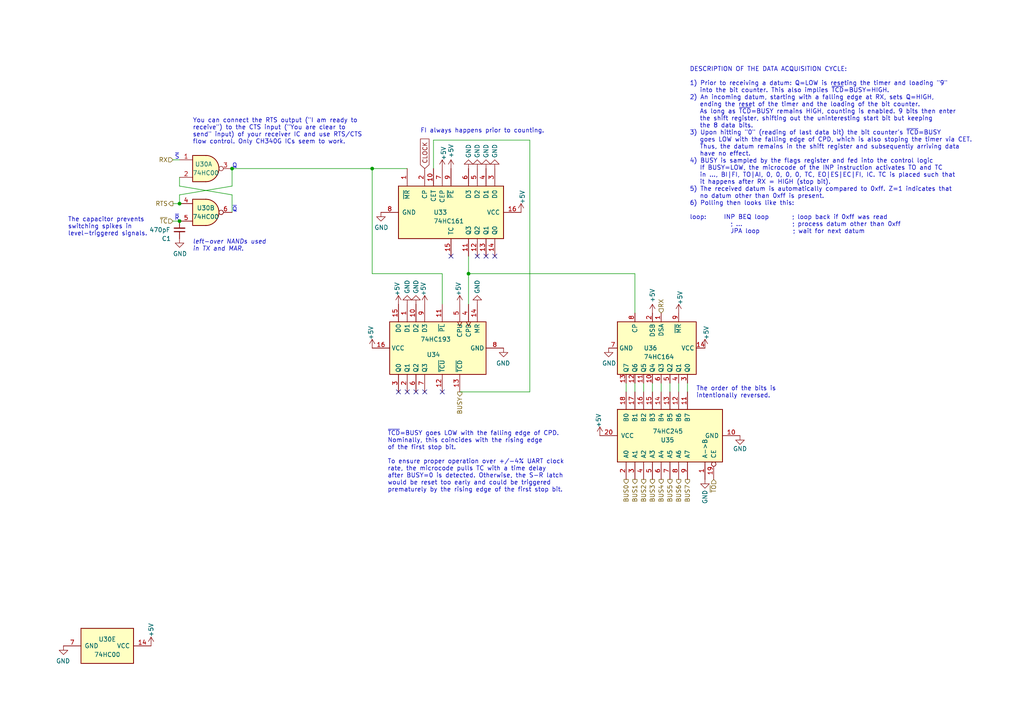
<source format=kicad_sch>
(kicad_sch (version 20211123) (generator eeschema)

  (uuid 1ab7bfbf-0b0d-4986-851e-0ecfe3961de9)

  (paper "A4")

  (title_block
    (title "UART Receiver")
    (date "2022-07-09")
    (rev "1.6")
    (comment 2 "creativecommons.org/licenses/by-nc-sa/3.0/deed.en")
    (comment 3 "License: CC BY-NC-SA 3.0")
    (comment 4 "Author: Carsten Herting (slu4)")
  )

  (lib_symbols
    (symbol "74xx:74HC00" (pin_names (offset 1.016)) (in_bom yes) (on_board yes)
      (property "Reference" "U" (id 0) (at 0 1.27 0)
        (effects (font (size 1.27 1.27)))
      )
      (property "Value" "74HC00" (id 1) (at 0 -1.27 0)
        (effects (font (size 1.27 1.27)))
      )
      (property "Footprint" "" (id 2) (at 0 0 0)
        (effects (font (size 1.27 1.27)) hide)
      )
      (property "Datasheet" "http://www.ti.com/lit/gpn/sn74hc00" (id 3) (at 0 0 0)
        (effects (font (size 1.27 1.27)) hide)
      )
      (property "ki_locked" "" (id 4) (at 0 0 0)
        (effects (font (size 1.27 1.27)))
      )
      (property "ki_keywords" "HCMOS nand 2-input" (id 5) (at 0 0 0)
        (effects (font (size 1.27 1.27)) hide)
      )
      (property "ki_description" "quad 2-input NAND gate" (id 6) (at 0 0 0)
        (effects (font (size 1.27 1.27)) hide)
      )
      (property "ki_fp_filters" "DIP*W7.62mm* SO14*" (id 7) (at 0 0 0)
        (effects (font (size 1.27 1.27)) hide)
      )
      (symbol "74HC00_1_1"
        (arc (start 0 -3.81) (mid 3.81 0) (end 0 3.81)
          (stroke (width 0.254) (type default) (color 0 0 0 0))
          (fill (type background))
        )
        (polyline
          (pts
            (xy 0 3.81)
            (xy -3.81 3.81)
            (xy -3.81 -3.81)
            (xy 0 -3.81)
          )
          (stroke (width 0.254) (type default) (color 0 0 0 0))
          (fill (type background))
        )
        (pin input line (at -7.62 2.54 0) (length 3.81)
          (name "~" (effects (font (size 1.27 1.27))))
          (number "1" (effects (font (size 1.27 1.27))))
        )
        (pin input line (at -7.62 -2.54 0) (length 3.81)
          (name "~" (effects (font (size 1.27 1.27))))
          (number "2" (effects (font (size 1.27 1.27))))
        )
        (pin output inverted (at 7.62 0 180) (length 3.81)
          (name "~" (effects (font (size 1.27 1.27))))
          (number "3" (effects (font (size 1.27 1.27))))
        )
      )
      (symbol "74HC00_1_2"
        (arc (start -3.81 -3.81) (mid -2.589 0) (end -3.81 3.81)
          (stroke (width 0.254) (type default) (color 0 0 0 0))
          (fill (type none))
        )
        (arc (start -0.6096 -3.81) (mid 2.1842 -2.5851) (end 3.81 0)
          (stroke (width 0.254) (type default) (color 0 0 0 0))
          (fill (type background))
        )
        (polyline
          (pts
            (xy -3.81 -3.81)
            (xy -0.635 -3.81)
          )
          (stroke (width 0.254) (type default) (color 0 0 0 0))
          (fill (type background))
        )
        (polyline
          (pts
            (xy -3.81 3.81)
            (xy -0.635 3.81)
          )
          (stroke (width 0.254) (type default) (color 0 0 0 0))
          (fill (type background))
        )
        (polyline
          (pts
            (xy -0.635 3.81)
            (xy -3.81 3.81)
            (xy -3.81 3.81)
            (xy -3.556 3.4036)
            (xy -3.0226 2.2606)
            (xy -2.6924 1.0414)
            (xy -2.6162 -0.254)
            (xy -2.7686 -1.4986)
            (xy -3.175 -2.7178)
            (xy -3.81 -3.81)
            (xy -3.81 -3.81)
            (xy -0.635 -3.81)
          )
          (stroke (width -25.4) (type default) (color 0 0 0 0))
          (fill (type background))
        )
        (arc (start 3.81 0) (mid 2.1915 2.5936) (end -0.6096 3.81)
          (stroke (width 0.254) (type default) (color 0 0 0 0))
          (fill (type background))
        )
        (pin input inverted (at -7.62 2.54 0) (length 4.318)
          (name "~" (effects (font (size 1.27 1.27))))
          (number "1" (effects (font (size 1.27 1.27))))
        )
        (pin input inverted (at -7.62 -2.54 0) (length 4.318)
          (name "~" (effects (font (size 1.27 1.27))))
          (number "2" (effects (font (size 1.27 1.27))))
        )
        (pin output line (at 7.62 0 180) (length 3.81)
          (name "~" (effects (font (size 1.27 1.27))))
          (number "3" (effects (font (size 1.27 1.27))))
        )
      )
      (symbol "74HC00_2_1"
        (arc (start 0 -3.81) (mid 3.81 0) (end 0 3.81)
          (stroke (width 0.254) (type default) (color 0 0 0 0))
          (fill (type background))
        )
        (polyline
          (pts
            (xy 0 3.81)
            (xy -3.81 3.81)
            (xy -3.81 -3.81)
            (xy 0 -3.81)
          )
          (stroke (width 0.254) (type default) (color 0 0 0 0))
          (fill (type background))
        )
        (pin input line (at -7.62 2.54 0) (length 3.81)
          (name "~" (effects (font (size 1.27 1.27))))
          (number "4" (effects (font (size 1.27 1.27))))
        )
        (pin input line (at -7.62 -2.54 0) (length 3.81)
          (name "~" (effects (font (size 1.27 1.27))))
          (number "5" (effects (font (size 1.27 1.27))))
        )
        (pin output inverted (at 7.62 0 180) (length 3.81)
          (name "~" (effects (font (size 1.27 1.27))))
          (number "6" (effects (font (size 1.27 1.27))))
        )
      )
      (symbol "74HC00_2_2"
        (arc (start -3.81 -3.81) (mid -2.589 0) (end -3.81 3.81)
          (stroke (width 0.254) (type default) (color 0 0 0 0))
          (fill (type none))
        )
        (arc (start -0.6096 -3.81) (mid 2.1842 -2.5851) (end 3.81 0)
          (stroke (width 0.254) (type default) (color 0 0 0 0))
          (fill (type background))
        )
        (polyline
          (pts
            (xy -3.81 -3.81)
            (xy -0.635 -3.81)
          )
          (stroke (width 0.254) (type default) (color 0 0 0 0))
          (fill (type background))
        )
        (polyline
          (pts
            (xy -3.81 3.81)
            (xy -0.635 3.81)
          )
          (stroke (width 0.254) (type default) (color 0 0 0 0))
          (fill (type background))
        )
        (polyline
          (pts
            (xy -0.635 3.81)
            (xy -3.81 3.81)
            (xy -3.81 3.81)
            (xy -3.556 3.4036)
            (xy -3.0226 2.2606)
            (xy -2.6924 1.0414)
            (xy -2.6162 -0.254)
            (xy -2.7686 -1.4986)
            (xy -3.175 -2.7178)
            (xy -3.81 -3.81)
            (xy -3.81 -3.81)
            (xy -0.635 -3.81)
          )
          (stroke (width -25.4) (type default) (color 0 0 0 0))
          (fill (type background))
        )
        (arc (start 3.81 0) (mid 2.1915 2.5936) (end -0.6096 3.81)
          (stroke (width 0.254) (type default) (color 0 0 0 0))
          (fill (type background))
        )
        (pin input inverted (at -7.62 2.54 0) (length 4.318)
          (name "~" (effects (font (size 1.27 1.27))))
          (number "4" (effects (font (size 1.27 1.27))))
        )
        (pin input inverted (at -7.62 -2.54 0) (length 4.318)
          (name "~" (effects (font (size 1.27 1.27))))
          (number "5" (effects (font (size 1.27 1.27))))
        )
        (pin output line (at 7.62 0 180) (length 3.81)
          (name "~" (effects (font (size 1.27 1.27))))
          (number "6" (effects (font (size 1.27 1.27))))
        )
      )
      (symbol "74HC00_3_1"
        (arc (start 0 -3.81) (mid 3.81 0) (end 0 3.81)
          (stroke (width 0.254) (type default) (color 0 0 0 0))
          (fill (type background))
        )
        (polyline
          (pts
            (xy 0 3.81)
            (xy -3.81 3.81)
            (xy -3.81 -3.81)
            (xy 0 -3.81)
          )
          (stroke (width 0.254) (type default) (color 0 0 0 0))
          (fill (type background))
        )
        (pin input line (at -7.62 -2.54 0) (length 3.81)
          (name "~" (effects (font (size 1.27 1.27))))
          (number "10" (effects (font (size 1.27 1.27))))
        )
        (pin output inverted (at 7.62 0 180) (length 3.81)
          (name "~" (effects (font (size 1.27 1.27))))
          (number "8" (effects (font (size 1.27 1.27))))
        )
        (pin input line (at -7.62 2.54 0) (length 3.81)
          (name "~" (effects (font (size 1.27 1.27))))
          (number "9" (effects (font (size 1.27 1.27))))
        )
      )
      (symbol "74HC00_3_2"
        (arc (start -3.81 -3.81) (mid -2.589 0) (end -3.81 3.81)
          (stroke (width 0.254) (type default) (color 0 0 0 0))
          (fill (type none))
        )
        (arc (start -0.6096 -3.81) (mid 2.1842 -2.5851) (end 3.81 0)
          (stroke (width 0.254) (type default) (color 0 0 0 0))
          (fill (type background))
        )
        (polyline
          (pts
            (xy -3.81 -3.81)
            (xy -0.635 -3.81)
          )
          (stroke (width 0.254) (type default) (color 0 0 0 0))
          (fill (type background))
        )
        (polyline
          (pts
            (xy -3.81 3.81)
            (xy -0.635 3.81)
          )
          (stroke (width 0.254) (type default) (color 0 0 0 0))
          (fill (type background))
        )
        (polyline
          (pts
            (xy -0.635 3.81)
            (xy -3.81 3.81)
            (xy -3.81 3.81)
            (xy -3.556 3.4036)
            (xy -3.0226 2.2606)
            (xy -2.6924 1.0414)
            (xy -2.6162 -0.254)
            (xy -2.7686 -1.4986)
            (xy -3.175 -2.7178)
            (xy -3.81 -3.81)
            (xy -3.81 -3.81)
            (xy -0.635 -3.81)
          )
          (stroke (width -25.4) (type default) (color 0 0 0 0))
          (fill (type background))
        )
        (arc (start 3.81 0) (mid 2.1915 2.5936) (end -0.6096 3.81)
          (stroke (width 0.254) (type default) (color 0 0 0 0))
          (fill (type background))
        )
        (pin input inverted (at -7.62 -2.54 0) (length 4.318)
          (name "~" (effects (font (size 1.27 1.27))))
          (number "10" (effects (font (size 1.27 1.27))))
        )
        (pin output line (at 7.62 0 180) (length 3.81)
          (name "~" (effects (font (size 1.27 1.27))))
          (number "8" (effects (font (size 1.27 1.27))))
        )
        (pin input inverted (at -7.62 2.54 0) (length 4.318)
          (name "~" (effects (font (size 1.27 1.27))))
          (number "9" (effects (font (size 1.27 1.27))))
        )
      )
      (symbol "74HC00_4_1"
        (arc (start 0 -3.81) (mid 3.81 0) (end 0 3.81)
          (stroke (width 0.254) (type default) (color 0 0 0 0))
          (fill (type background))
        )
        (polyline
          (pts
            (xy 0 3.81)
            (xy -3.81 3.81)
            (xy -3.81 -3.81)
            (xy 0 -3.81)
          )
          (stroke (width 0.254) (type default) (color 0 0 0 0))
          (fill (type background))
        )
        (pin output inverted (at 7.62 0 180) (length 3.81)
          (name "~" (effects (font (size 1.27 1.27))))
          (number "11" (effects (font (size 1.27 1.27))))
        )
        (pin input line (at -7.62 2.54 0) (length 3.81)
          (name "~" (effects (font (size 1.27 1.27))))
          (number "12" (effects (font (size 1.27 1.27))))
        )
        (pin input line (at -7.62 -2.54 0) (length 3.81)
          (name "~" (effects (font (size 1.27 1.27))))
          (number "13" (effects (font (size 1.27 1.27))))
        )
      )
      (symbol "74HC00_4_2"
        (arc (start -3.81 -3.81) (mid -2.589 0) (end -3.81 3.81)
          (stroke (width 0.254) (type default) (color 0 0 0 0))
          (fill (type none))
        )
        (arc (start -0.6096 -3.81) (mid 2.1842 -2.5851) (end 3.81 0)
          (stroke (width 0.254) (type default) (color 0 0 0 0))
          (fill (type background))
        )
        (polyline
          (pts
            (xy -3.81 -3.81)
            (xy -0.635 -3.81)
          )
          (stroke (width 0.254) (type default) (color 0 0 0 0))
          (fill (type background))
        )
        (polyline
          (pts
            (xy -3.81 3.81)
            (xy -0.635 3.81)
          )
          (stroke (width 0.254) (type default) (color 0 0 0 0))
          (fill (type background))
        )
        (polyline
          (pts
            (xy -0.635 3.81)
            (xy -3.81 3.81)
            (xy -3.81 3.81)
            (xy -3.556 3.4036)
            (xy -3.0226 2.2606)
            (xy -2.6924 1.0414)
            (xy -2.6162 -0.254)
            (xy -2.7686 -1.4986)
            (xy -3.175 -2.7178)
            (xy -3.81 -3.81)
            (xy -3.81 -3.81)
            (xy -0.635 -3.81)
          )
          (stroke (width -25.4) (type default) (color 0 0 0 0))
          (fill (type background))
        )
        (arc (start 3.81 0) (mid 2.1915 2.5936) (end -0.6096 3.81)
          (stroke (width 0.254) (type default) (color 0 0 0 0))
          (fill (type background))
        )
        (pin output line (at 7.62 0 180) (length 3.81)
          (name "~" (effects (font (size 1.27 1.27))))
          (number "11" (effects (font (size 1.27 1.27))))
        )
        (pin input inverted (at -7.62 2.54 0) (length 4.318)
          (name "~" (effects (font (size 1.27 1.27))))
          (number "12" (effects (font (size 1.27 1.27))))
        )
        (pin input inverted (at -7.62 -2.54 0) (length 4.318)
          (name "~" (effects (font (size 1.27 1.27))))
          (number "13" (effects (font (size 1.27 1.27))))
        )
      )
      (symbol "74HC00_5_0"
        (pin power_in line (at 0 12.7 270) (length 5.08)
          (name "VCC" (effects (font (size 1.27 1.27))))
          (number "14" (effects (font (size 1.27 1.27))))
        )
        (pin power_in line (at 0 -12.7 90) (length 5.08)
          (name "GND" (effects (font (size 1.27 1.27))))
          (number "7" (effects (font (size 1.27 1.27))))
        )
      )
      (symbol "74HC00_5_1"
        (rectangle (start -5.08 7.62) (end 5.08 -7.62)
          (stroke (width 0.254) (type default) (color 0 0 0 0))
          (fill (type background))
        )
      )
    )
    (symbol "74xx:74HC164" (in_bom yes) (on_board yes)
      (property "Reference" "U" (id 0) (at 1.905 -13.97 0)
        (effects (font (size 1.27 1.27)) (justify left))
      )
      (property "Value" "74HC164" (id 1) (at 1.905 -16.51 0)
        (effects (font (size 1.27 1.27)) (justify left))
      )
      (property "Footprint" "" (id 2) (at 22.86 -7.62 0)
        (effects (font (size 1.27 1.27)) hide)
      )
      (property "Datasheet" "https://assets.nexperia.com/documents/data-sheet/74HC_HCT164.pdf" (id 3) (at 22.86 -7.62 0)
        (effects (font (size 1.27 1.27)) hide)
      )
      (property "ki_keywords" "8-bit shift register" (id 4) (at 0 0 0)
        (effects (font (size 1.27 1.27)) hide)
      )
      (property "ki_description" "8-bit serial-in parallel-out shift register" (id 5) (at 0 0 0)
        (effects (font (size 1.27 1.27)) hide)
      )
      (property "ki_fp_filters" "SOIC*3.9x8.7*P1.27mm* ?SSOP*P0.65mm* DIP*W7.62mm*" (id 6) (at 0 0 0)
        (effects (font (size 1.27 1.27)) hide)
      )
      (symbol "74HC164_0_1"
        (rectangle (start 7.62 10.16) (end -7.62 -12.7)
          (stroke (width 0.254) (type default) (color 0 0 0 0))
          (fill (type background))
        )
      )
      (symbol "74HC164_1_1"
        (pin input line (at -10.16 0 0) (length 2.54)
          (name "DSA" (effects (font (size 1.27 1.27))))
          (number "1" (effects (font (size 1.27 1.27))))
        )
        (pin output line (at 10.16 -2.54 180) (length 2.54)
          (name "Q4" (effects (font (size 1.27 1.27))))
          (number "10" (effects (font (size 1.27 1.27))))
        )
        (pin output line (at 10.16 -5.08 180) (length 2.54)
          (name "Q5" (effects (font (size 1.27 1.27))))
          (number "11" (effects (font (size 1.27 1.27))))
        )
        (pin output line (at 10.16 -7.62 180) (length 2.54)
          (name "Q6" (effects (font (size 1.27 1.27))))
          (number "12" (effects (font (size 1.27 1.27))))
        )
        (pin output line (at 10.16 -10.16 180) (length 2.54)
          (name "Q7" (effects (font (size 1.27 1.27))))
          (number "13" (effects (font (size 1.27 1.27))))
        )
        (pin power_in line (at 0 12.7 270) (length 2.54)
          (name "VCC" (effects (font (size 1.27 1.27))))
          (number "14" (effects (font (size 1.27 1.27))))
        )
        (pin input line (at -10.16 -2.54 0) (length 2.54)
          (name "DSB" (effects (font (size 1.27 1.27))))
          (number "2" (effects (font (size 1.27 1.27))))
        )
        (pin output line (at 10.16 7.62 180) (length 2.54)
          (name "Q0" (effects (font (size 1.27 1.27))))
          (number "3" (effects (font (size 1.27 1.27))))
        )
        (pin output line (at 10.16 5.08 180) (length 2.54)
          (name "Q1" (effects (font (size 1.27 1.27))))
          (number "4" (effects (font (size 1.27 1.27))))
        )
        (pin output line (at 10.16 2.54 180) (length 2.54)
          (name "Q2" (effects (font (size 1.27 1.27))))
          (number "5" (effects (font (size 1.27 1.27))))
        )
        (pin output line (at 10.16 0 180) (length 2.54)
          (name "Q3" (effects (font (size 1.27 1.27))))
          (number "6" (effects (font (size 1.27 1.27))))
        )
        (pin power_in line (at 0 -15.24 90) (length 2.54)
          (name "GND" (effects (font (size 1.27 1.27))))
          (number "7" (effects (font (size 1.27 1.27))))
        )
        (pin input line (at -10.16 -7.62 0) (length 2.54)
          (name "CP" (effects (font (size 1.27 1.27))))
          (number "8" (effects (font (size 1.27 1.27))))
        )
        (pin input line (at -10.16 5.08 0) (length 2.54)
          (name "~{MR}" (effects (font (size 1.27 1.27))))
          (number "9" (effects (font (size 1.27 1.27))))
        )
      )
    )
    (symbol "8-Bit CPU 32k-cache:74HC00" (pin_names (offset 1.016)) (in_bom yes) (on_board yes)
      (property "Reference" "U" (id 0) (at 0 1.27 0)
        (effects (font (size 1.27 1.27)))
      )
      (property "Value" "74HC00" (id 1) (at 0 -1.27 0)
        (effects (font (size 1.27 1.27)))
      )
      (property "Footprint" "" (id 2) (at 0 0 0)
        (effects (font (size 1.27 1.27)) hide)
      )
      (property "Datasheet" "" (id 3) (at 0 0 0)
        (effects (font (size 1.27 1.27)) hide)
      )
      (property "ki_locked" "" (id 4) (at 0 0 0)
        (effects (font (size 1.27 1.27)))
      )
      (property "ki_fp_filters" "DIP*W7.62mm* SO14*" (id 5) (at 0 0 0)
        (effects (font (size 1.27 1.27)) hide)
      )
      (symbol "74HC00_1_1"
        (arc (start 0 -3.81) (mid 3.81 0) (end 0 3.81)
          (stroke (width 0.254) (type default) (color 0 0 0 0))
          (fill (type background))
        )
        (polyline
          (pts
            (xy 0 3.81)
            (xy -3.81 3.81)
            (xy -3.81 -3.81)
            (xy 0 -3.81)
          )
          (stroke (width 0.254) (type default) (color 0 0 0 0))
          (fill (type background))
        )
        (pin input line (at -7.62 2.54 0) (length 3.81)
          (name "~" (effects (font (size 1.27 1.27))))
          (number "1" (effects (font (size 1.27 1.27))))
        )
        (pin input line (at -7.62 -2.54 0) (length 3.81)
          (name "~" (effects (font (size 1.27 1.27))))
          (number "2" (effects (font (size 1.27 1.27))))
        )
        (pin output inverted (at 7.62 0 180) (length 3.81)
          (name "~" (effects (font (size 1.27 1.27))))
          (number "3" (effects (font (size 1.27 1.27))))
        )
      )
      (symbol "74HC00_1_2"
        (arc (start -3.81 -3.81) (mid -2.589 0) (end -3.81 3.81)
          (stroke (width 0.254) (type default) (color 0 0 0 0))
          (fill (type none))
        )
        (arc (start -0.6096 -3.81) (mid 2.1842 -2.5851) (end 3.81 0)
          (stroke (width 0.254) (type default) (color 0 0 0 0))
          (fill (type background))
        )
        (polyline
          (pts
            (xy -3.81 -3.81)
            (xy -0.635 -3.81)
          )
          (stroke (width 0.254) (type default) (color 0 0 0 0))
          (fill (type background))
        )
        (polyline
          (pts
            (xy -3.81 3.81)
            (xy -0.635 3.81)
          )
          (stroke (width 0.254) (type default) (color 0 0 0 0))
          (fill (type background))
        )
        (polyline
          (pts
            (xy -0.635 3.81)
            (xy -3.81 3.81)
            (xy -3.81 3.81)
            (xy -3.556 3.4036)
            (xy -3.0226 2.2606)
            (xy -2.6924 1.0414)
            (xy -2.6162 -0.254)
            (xy -2.7686 -1.4986)
            (xy -3.175 -2.7178)
            (xy -3.81 -3.81)
            (xy -3.81 -3.81)
            (xy -0.635 -3.81)
          )
          (stroke (width -25.4) (type default) (color 0 0 0 0))
          (fill (type background))
        )
        (arc (start 3.81 0) (mid 2.1915 2.5936) (end -0.6096 3.81)
          (stroke (width 0.254) (type default) (color 0 0 0 0))
          (fill (type background))
        )
        (pin input inverted (at -7.62 2.54 0) (length 4.318)
          (name "~" (effects (font (size 1.27 1.27))))
          (number "1" (effects (font (size 1.27 1.27))))
        )
        (pin input inverted (at -7.62 -2.54 0) (length 4.318)
          (name "~" (effects (font (size 1.27 1.27))))
          (number "2" (effects (font (size 1.27 1.27))))
        )
        (pin output line (at 7.62 0 180) (length 3.81)
          (name "~" (effects (font (size 1.27 1.27))))
          (number "3" (effects (font (size 1.27 1.27))))
        )
      )
      (symbol "74HC00_2_1"
        (arc (start 0 -3.81) (mid 3.81 0) (end 0 3.81)
          (stroke (width 0.254) (type default) (color 0 0 0 0))
          (fill (type background))
        )
        (polyline
          (pts
            (xy 0 3.81)
            (xy -3.81 3.81)
            (xy -3.81 -3.81)
            (xy 0 -3.81)
          )
          (stroke (width 0.254) (type default) (color 0 0 0 0))
          (fill (type background))
        )
        (pin input line (at -7.62 2.54 0) (length 3.81)
          (name "~" (effects (font (size 1.27 1.27))))
          (number "4" (effects (font (size 1.27 1.27))))
        )
        (pin input line (at -7.62 -2.54 0) (length 3.81)
          (name "~" (effects (font (size 1.27 1.27))))
          (number "5" (effects (font (size 1.27 1.27))))
        )
        (pin output inverted (at 7.62 0 180) (length 3.81)
          (name "~" (effects (font (size 1.27 1.27))))
          (number "6" (effects (font (size 1.27 1.27))))
        )
      )
      (symbol "74HC00_2_2"
        (arc (start -3.81 -3.81) (mid -2.589 0) (end -3.81 3.81)
          (stroke (width 0.254) (type default) (color 0 0 0 0))
          (fill (type none))
        )
        (arc (start -0.6096 -3.81) (mid 2.1842 -2.5851) (end 3.81 0)
          (stroke (width 0.254) (type default) (color 0 0 0 0))
          (fill (type background))
        )
        (polyline
          (pts
            (xy -3.81 -3.81)
            (xy -0.635 -3.81)
          )
          (stroke (width 0.254) (type default) (color 0 0 0 0))
          (fill (type background))
        )
        (polyline
          (pts
            (xy -3.81 3.81)
            (xy -0.635 3.81)
          )
          (stroke (width 0.254) (type default) (color 0 0 0 0))
          (fill (type background))
        )
        (polyline
          (pts
            (xy -0.635 3.81)
            (xy -3.81 3.81)
            (xy -3.81 3.81)
            (xy -3.556 3.4036)
            (xy -3.0226 2.2606)
            (xy -2.6924 1.0414)
            (xy -2.6162 -0.254)
            (xy -2.7686 -1.4986)
            (xy -3.175 -2.7178)
            (xy -3.81 -3.81)
            (xy -3.81 -3.81)
            (xy -0.635 -3.81)
          )
          (stroke (width -25.4) (type default) (color 0 0 0 0))
          (fill (type background))
        )
        (arc (start 3.81 0) (mid 2.1915 2.5936) (end -0.6096 3.81)
          (stroke (width 0.254) (type default) (color 0 0 0 0))
          (fill (type background))
        )
        (pin input inverted (at -7.62 2.54 0) (length 4.318)
          (name "~" (effects (font (size 1.27 1.27))))
          (number "4" (effects (font (size 1.27 1.27))))
        )
        (pin input inverted (at -7.62 -2.54 0) (length 4.318)
          (name "~" (effects (font (size 1.27 1.27))))
          (number "5" (effects (font (size 1.27 1.27))))
        )
        (pin output line (at 7.62 0 180) (length 3.81)
          (name "~" (effects (font (size 1.27 1.27))))
          (number "6" (effects (font (size 1.27 1.27))))
        )
      )
      (symbol "74HC00_3_1"
        (arc (start 0 -3.81) (mid 3.81 0) (end 0 3.81)
          (stroke (width 0.254) (type default) (color 0 0 0 0))
          (fill (type background))
        )
        (polyline
          (pts
            (xy 0 3.81)
            (xy -3.81 3.81)
            (xy -3.81 -3.81)
            (xy 0 -3.81)
          )
          (stroke (width 0.254) (type default) (color 0 0 0 0))
          (fill (type background))
        )
        (pin input line (at -7.62 -2.54 0) (length 3.81)
          (name "~" (effects (font (size 1.27 1.27))))
          (number "10" (effects (font (size 1.27 1.27))))
        )
        (pin output inverted (at 7.62 0 180) (length 3.81)
          (name "~" (effects (font (size 1.27 1.27))))
          (number "8" (effects (font (size 1.27 1.27))))
        )
        (pin input line (at -7.62 2.54 0) (length 3.81)
          (name "~" (effects (font (size 1.27 1.27))))
          (number "9" (effects (font (size 1.27 1.27))))
        )
      )
      (symbol "74HC00_3_2"
        (arc (start -3.81 -3.81) (mid -2.589 0) (end -3.81 3.81)
          (stroke (width 0.254) (type default) (color 0 0 0 0))
          (fill (type none))
        )
        (arc (start -0.6096 -3.81) (mid 2.1842 -2.5851) (end 3.81 0)
          (stroke (width 0.254) (type default) (color 0 0 0 0))
          (fill (type background))
        )
        (polyline
          (pts
            (xy -3.81 -3.81)
            (xy -0.635 -3.81)
          )
          (stroke (width 0.254) (type default) (color 0 0 0 0))
          (fill (type background))
        )
        (polyline
          (pts
            (xy -3.81 3.81)
            (xy -0.635 3.81)
          )
          (stroke (width 0.254) (type default) (color 0 0 0 0))
          (fill (type background))
        )
        (polyline
          (pts
            (xy -0.635 3.81)
            (xy -3.81 3.81)
            (xy -3.81 3.81)
            (xy -3.556 3.4036)
            (xy -3.0226 2.2606)
            (xy -2.6924 1.0414)
            (xy -2.6162 -0.254)
            (xy -2.7686 -1.4986)
            (xy -3.175 -2.7178)
            (xy -3.81 -3.81)
            (xy -3.81 -3.81)
            (xy -0.635 -3.81)
          )
          (stroke (width -25.4) (type default) (color 0 0 0 0))
          (fill (type background))
        )
        (arc (start 3.81 0) (mid 2.1915 2.5936) (end -0.6096 3.81)
          (stroke (width 0.254) (type default) (color 0 0 0 0))
          (fill (type background))
        )
        (pin input inverted (at -7.62 -2.54 0) (length 4.318)
          (name "~" (effects (font (size 1.27 1.27))))
          (number "10" (effects (font (size 1.27 1.27))))
        )
        (pin output line (at 7.62 0 180) (length 3.81)
          (name "~" (effects (font (size 1.27 1.27))))
          (number "8" (effects (font (size 1.27 1.27))))
        )
        (pin input inverted (at -7.62 2.54 0) (length 4.318)
          (name "~" (effects (font (size 1.27 1.27))))
          (number "9" (effects (font (size 1.27 1.27))))
        )
      )
      (symbol "74HC00_4_1"
        (arc (start 0 -3.81) (mid 3.81 0) (end 0 3.81)
          (stroke (width 0.254) (type default) (color 0 0 0 0))
          (fill (type background))
        )
        (polyline
          (pts
            (xy 0 3.81)
            (xy -3.81 3.81)
            (xy -3.81 -3.81)
            (xy 0 -3.81)
          )
          (stroke (width 0.254) (type default) (color 0 0 0 0))
          (fill (type background))
        )
        (pin output inverted (at 7.62 0 180) (length 3.81)
          (name "~" (effects (font (size 1.27 1.27))))
          (number "11" (effects (font (size 1.27 1.27))))
        )
        (pin input line (at -7.62 2.54 0) (length 3.81)
          (name "~" (effects (font (size 1.27 1.27))))
          (number "12" (effects (font (size 1.27 1.27))))
        )
        (pin input line (at -7.62 -2.54 0) (length 3.81)
          (name "~" (effects (font (size 1.27 1.27))))
          (number "13" (effects (font (size 1.27 1.27))))
        )
      )
      (symbol "74HC00_4_2"
        (arc (start -3.81 -3.81) (mid -2.589 0) (end -3.81 3.81)
          (stroke (width 0.254) (type default) (color 0 0 0 0))
          (fill (type none))
        )
        (arc (start -0.6096 -3.81) (mid 2.1842 -2.5851) (end 3.81 0)
          (stroke (width 0.254) (type default) (color 0 0 0 0))
          (fill (type background))
        )
        (polyline
          (pts
            (xy -3.81 -3.81)
            (xy -0.635 -3.81)
          )
          (stroke (width 0.254) (type default) (color 0 0 0 0))
          (fill (type background))
        )
        (polyline
          (pts
            (xy -3.81 3.81)
            (xy -0.635 3.81)
          )
          (stroke (width 0.254) (type default) (color 0 0 0 0))
          (fill (type background))
        )
        (polyline
          (pts
            (xy -0.635 3.81)
            (xy -3.81 3.81)
            (xy -3.81 3.81)
            (xy -3.556 3.4036)
            (xy -3.0226 2.2606)
            (xy -2.6924 1.0414)
            (xy -2.6162 -0.254)
            (xy -2.7686 -1.4986)
            (xy -3.175 -2.7178)
            (xy -3.81 -3.81)
            (xy -3.81 -3.81)
            (xy -0.635 -3.81)
          )
          (stroke (width -25.4) (type default) (color 0 0 0 0))
          (fill (type background))
        )
        (arc (start 3.81 0) (mid 2.1915 2.5936) (end -0.6096 3.81)
          (stroke (width 0.254) (type default) (color 0 0 0 0))
          (fill (type background))
        )
        (pin output line (at 7.62 0 180) (length 3.81)
          (name "~" (effects (font (size 1.27 1.27))))
          (number "11" (effects (font (size 1.27 1.27))))
        )
        (pin input inverted (at -7.62 2.54 0) (length 4.318)
          (name "~" (effects (font (size 1.27 1.27))))
          (number "12" (effects (font (size 1.27 1.27))))
        )
        (pin input inverted (at -7.62 -2.54 0) (length 4.318)
          (name "~" (effects (font (size 1.27 1.27))))
          (number "13" (effects (font (size 1.27 1.27))))
        )
      )
      (symbol "74HC00_5_0"
        (pin power_in line (at 0 12.7 270) (length 5.08)
          (name "VCC" (effects (font (size 1.27 1.27))))
          (number "14" (effects (font (size 1.27 1.27))))
        )
        (pin power_in line (at 0 -12.7 90) (length 5.08)
          (name "GND" (effects (font (size 1.27 1.27))))
          (number "7" (effects (font (size 1.27 1.27))))
        )
      )
      (symbol "74HC00_5_1"
        (rectangle (start -5.08 7.62) (end 5.08 -7.62)
          (stroke (width 0.254) (type default) (color 0 0 0 0))
          (fill (type background))
        )
      )
    )
    (symbol "8-Bit CPU 32k:74HC161" (pin_names (offset 1.016)) (in_bom yes) (on_board yes)
      (property "Reference" "U" (id 0) (at -7.62 16.51 0)
        (effects (font (size 1.27 1.27)))
      )
      (property "Value" "74HC161" (id 1) (at -7.62 -16.51 0)
        (effects (font (size 1.27 1.27)))
      )
      (property "Footprint" "" (id 2) (at 0 0 0)
        (effects (font (size 1.27 1.27)) hide)
      )
      (property "Datasheet" "http://www.ti.com/lit/gpn/sn74LS161" (id 3) (at 0 0 0)
        (effects (font (size 1.27 1.27)) hide)
      )
      (property "ki_locked" "" (id 4) (at 0 0 0)
        (effects (font (size 1.27 1.27)))
      )
      (property "ki_keywords" "TTL CNT CNT4" (id 5) (at 0 0 0)
        (effects (font (size 1.27 1.27)) hide)
      )
      (property "ki_description" "Synchronous 4-bit programmable binary Counter" (id 6) (at 0 0 0)
        (effects (font (size 1.27 1.27)) hide)
      )
      (property "ki_fp_filters" "DIP?16*" (id 7) (at 0 0 0)
        (effects (font (size 1.27 1.27)) hide)
      )
      (symbol "74HC161_1_0"
        (pin input line (at -12.7 -12.7 0) (length 5.08)
          (name "~{MR}" (effects (font (size 1.27 1.27))))
          (number "1" (effects (font (size 1.27 1.27))))
        )
        (pin input line (at -12.7 -5.08 0) (length 5.08)
          (name "CET" (effects (font (size 1.27 1.27))))
          (number "10" (effects (font (size 1.27 1.27))))
        )
        (pin output line (at 12.7 5.08 180) (length 5.08)
          (name "Q3" (effects (font (size 1.27 1.27))))
          (number "11" (effects (font (size 1.27 1.27))))
        )
        (pin output line (at 12.7 7.62 180) (length 5.08)
          (name "Q2" (effects (font (size 1.27 1.27))))
          (number "12" (effects (font (size 1.27 1.27))))
        )
        (pin output line (at 12.7 10.16 180) (length 5.08)
          (name "Q1" (effects (font (size 1.27 1.27))))
          (number "13" (effects (font (size 1.27 1.27))))
        )
        (pin output line (at 12.7 12.7 180) (length 5.08)
          (name "Q0" (effects (font (size 1.27 1.27))))
          (number "14" (effects (font (size 1.27 1.27))))
        )
        (pin output line (at 12.7 0 180) (length 5.08)
          (name "TC" (effects (font (size 1.27 1.27))))
          (number "15" (effects (font (size 1.27 1.27))))
        )
        (pin power_in line (at 0 20.32 270) (length 5.08)
          (name "VCC" (effects (font (size 1.27 1.27))))
          (number "16" (effects (font (size 1.27 1.27))))
        )
        (pin input line (at -12.7 -7.62 0) (length 5.08)
          (name "CP" (effects (font (size 1.27 1.27))))
          (number "2" (effects (font (size 1.27 1.27))))
        )
        (pin input line (at -12.7 12.7 0) (length 5.08)
          (name "D0" (effects (font (size 1.27 1.27))))
          (number "3" (effects (font (size 1.27 1.27))))
        )
        (pin input line (at -12.7 10.16 0) (length 5.08)
          (name "D1" (effects (font (size 1.27 1.27))))
          (number "4" (effects (font (size 1.27 1.27))))
        )
        (pin input line (at -12.7 7.62 0) (length 5.08)
          (name "D2" (effects (font (size 1.27 1.27))))
          (number "5" (effects (font (size 1.27 1.27))))
        )
        (pin input line (at -12.7 5.08 0) (length 5.08)
          (name "D3" (effects (font (size 1.27 1.27))))
          (number "6" (effects (font (size 1.27 1.27))))
        )
        (pin input line (at -12.7 -2.54 0) (length 5.08)
          (name "CEP" (effects (font (size 1.27 1.27))))
          (number "7" (effects (font (size 1.27 1.27))))
        )
        (pin power_in line (at 0 -20.32 90) (length 5.08)
          (name "GND" (effects (font (size 1.27 1.27))))
          (number "8" (effects (font (size 1.27 1.27))))
        )
        (pin input line (at -12.7 0 0) (length 5.08)
          (name "~{PE}" (effects (font (size 1.27 1.27))))
          (number "9" (effects (font (size 1.27 1.27))))
        )
      )
      (symbol "74HC161_1_1"
        (rectangle (start -7.62 15.24) (end 7.62 -15.24)
          (stroke (width 0.254) (type default) (color 0 0 0 0))
          (fill (type background))
        )
      )
    )
    (symbol "8-Bit CPU 32k:74HC193" (in_bom yes) (on_board yes)
      (property "Reference" "U" (id 0) (at -7.62 13.97 0)
        (effects (font (size 1.27 1.27)))
      )
      (property "Value" "74HC193" (id 1) (at 5.08 13.97 0)
        (effects (font (size 1.27 1.27)))
      )
      (property "Footprint" "" (id 2) (at 0 0 0)
        (effects (font (size 1.27 1.27)) hide)
      )
      (property "Datasheet" "http://www.ti.com/lit/ds/symlink/sn74ls193.pdf" (id 3) (at 0 0 0)
        (effects (font (size 1.27 1.27)) hide)
      )
      (property "ki_keywords" "TTL CNT CNT4" (id 4) (at 0 0 0)
        (effects (font (size 1.27 1.27)) hide)
      )
      (property "ki_description" "Synchronous 4-bit Up/Down (2 clk) counter" (id 5) (at 0 0 0)
        (effects (font (size 1.27 1.27)) hide)
      )
      (property "ki_fp_filters" "SOIC*3.9x9.9mm*P1.27mm* DIP*W7.62mm*" (id 6) (at 0 0 0)
        (effects (font (size 1.27 1.27)) hide)
      )
      (symbol "74HC193_1_0"
        (pin input line (at -12.7 7.62 0) (length 5.08)
          (name "D1" (effects (font (size 1.27 1.27))))
          (number "1" (effects (font (size 1.27 1.27))))
        )
        (pin input line (at -12.7 5.08 0) (length 5.08)
          (name "D2" (effects (font (size 1.27 1.27))))
          (number "10" (effects (font (size 1.27 1.27))))
        )
        (pin input line (at -12.7 -2.54 0) (length 5.08)
          (name "~{PL}" (effects (font (size 1.27 1.27))))
          (number "11" (effects (font (size 1.27 1.27))))
        )
        (pin output line (at 12.7 -2.54 180) (length 5.08)
          (name "~{TCU}" (effects (font (size 1.27 1.27))))
          (number "12" (effects (font (size 1.27 1.27))))
        )
        (pin output line (at 12.7 -7.62 180) (length 5.08)
          (name "~{TCD}" (effects (font (size 1.27 1.27))))
          (number "13" (effects (font (size 1.27 1.27))))
        )
        (pin input line (at -12.7 -12.7 0) (length 5.08)
          (name "MR" (effects (font (size 1.27 1.27))))
          (number "14" (effects (font (size 1.27 1.27))))
        )
        (pin input line (at -12.7 10.16 0) (length 5.08)
          (name "D0" (effects (font (size 1.27 1.27))))
          (number "15" (effects (font (size 1.27 1.27))))
        )
        (pin power_in line (at 0 17.78 270) (length 5.08)
          (name "VCC" (effects (font (size 1.27 1.27))))
          (number "16" (effects (font (size 1.27 1.27))))
        )
        (pin output line (at 12.7 7.62 180) (length 5.08)
          (name "Q1" (effects (font (size 1.27 1.27))))
          (number "2" (effects (font (size 1.27 1.27))))
        )
        (pin output line (at 12.7 10.16 180) (length 5.08)
          (name "Q0" (effects (font (size 1.27 1.27))))
          (number "3" (effects (font (size 1.27 1.27))))
        )
        (pin input clock (at -12.7 -10.16 0) (length 5.08)
          (name "CPD" (effects (font (size 1.27 1.27))))
          (number "4" (effects (font (size 1.27 1.27))))
        )
        (pin input clock (at -12.7 -7.62 0) (length 5.08)
          (name "CPU" (effects (font (size 1.27 1.27))))
          (number "5" (effects (font (size 1.27 1.27))))
        )
        (pin output line (at 12.7 5.08 180) (length 5.08)
          (name "Q2" (effects (font (size 1.27 1.27))))
          (number "6" (effects (font (size 1.27 1.27))))
        )
        (pin output line (at 12.7 2.54 180) (length 5.08)
          (name "Q3" (effects (font (size 1.27 1.27))))
          (number "7" (effects (font (size 1.27 1.27))))
        )
        (pin power_in line (at 0 -20.32 90) (length 5.08)
          (name "GND" (effects (font (size 1.27 1.27))))
          (number "8" (effects (font (size 1.27 1.27))))
        )
        (pin input line (at -12.7 2.54 0) (length 5.08)
          (name "D3" (effects (font (size 1.27 1.27))))
          (number "9" (effects (font (size 1.27 1.27))))
        )
      )
      (symbol "74HC193_1_1"
        (rectangle (start -7.62 12.7) (end 7.62 -15.24)
          (stroke (width 0.254) (type default) (color 0 0 0 0))
          (fill (type background))
        )
      )
    )
    (symbol "8-Bit CPU 32k:74HC245" (pin_names (offset 1.016)) (in_bom yes) (on_board yes)
      (property "Reference" "U" (id 0) (at 0 -6.35 90)
        (effects (font (size 1.27 1.27)))
      )
      (property "Value" "74HC245" (id 1) (at 0 2.54 90)
        (effects (font (size 1.27 1.27)))
      )
      (property "Footprint" "" (id 2) (at 0 0 0)
        (effects (font (size 1.27 1.27)) hide)
      )
      (property "Datasheet" "http://www.ti.com/lit/gpn/sn74HC245" (id 3) (at 0 0 0)
        (effects (font (size 1.27 1.27)) hide)
      )
      (property "ki_locked" "" (id 4) (at 0 0 0)
        (effects (font (size 1.27 1.27)))
      )
      (property "ki_keywords" "HCMOS BUS 3State" (id 5) (at 0 0 0)
        (effects (font (size 1.27 1.27)) hide)
      )
      (property "ki_description" "Octal BUS Transceivers, 3-State outputs" (id 6) (at 0 0 0)
        (effects (font (size 1.27 1.27)) hide)
      )
      (property "ki_fp_filters" "DIP?20*" (id 7) (at 0 0 0)
        (effects (font (size 1.27 1.27)) hide)
      )
      (symbol "74HC245_1_0"
        (pin input line (at -12.7 -10.16 0) (length 5.08)
          (name "A->B" (effects (font (size 1.27 1.27))))
          (number "1" (effects (font (size 1.27 1.27))))
        )
        (pin power_in line (at 0 -20.32 90) (length 5.08)
          (name "GND" (effects (font (size 1.27 1.27))))
          (number "10" (effects (font (size 1.27 1.27))))
        )
        (pin tri_state line (at 12.7 -5.08 180) (length 5.08)
          (name "B7" (effects (font (size 1.27 1.27))))
          (number "11" (effects (font (size 1.27 1.27))))
        )
        (pin tri_state line (at 12.7 -2.54 180) (length 5.08)
          (name "B6" (effects (font (size 1.27 1.27))))
          (number "12" (effects (font (size 1.27 1.27))))
        )
        (pin tri_state line (at 12.7 0 180) (length 5.08)
          (name "B5" (effects (font (size 1.27 1.27))))
          (number "13" (effects (font (size 1.27 1.27))))
        )
        (pin tri_state line (at 12.7 2.54 180) (length 5.08)
          (name "B4" (effects (font (size 1.27 1.27))))
          (number "14" (effects (font (size 1.27 1.27))))
        )
        (pin tri_state line (at 12.7 5.08 180) (length 5.08)
          (name "B3" (effects (font (size 1.27 1.27))))
          (number "15" (effects (font (size 1.27 1.27))))
        )
        (pin tri_state line (at 12.7 7.62 180) (length 5.08)
          (name "B2" (effects (font (size 1.27 1.27))))
          (number "16" (effects (font (size 1.27 1.27))))
        )
        (pin tri_state line (at 12.7 10.16 180) (length 5.08)
          (name "B1" (effects (font (size 1.27 1.27))))
          (number "17" (effects (font (size 1.27 1.27))))
        )
        (pin tri_state line (at 12.7 12.7 180) (length 5.08)
          (name "B0" (effects (font (size 1.27 1.27))))
          (number "18" (effects (font (size 1.27 1.27))))
        )
        (pin input inverted (at -12.7 -12.7 0) (length 5.08)
          (name "CE" (effects (font (size 1.27 1.27))))
          (number "19" (effects (font (size 1.27 1.27))))
        )
        (pin tri_state line (at -12.7 12.7 0) (length 5.08)
          (name "A0" (effects (font (size 1.27 1.27))))
          (number "2" (effects (font (size 1.27 1.27))))
        )
        (pin power_in line (at 0 20.32 270) (length 5.08)
          (name "VCC" (effects (font (size 1.27 1.27))))
          (number "20" (effects (font (size 1.27 1.27))))
        )
        (pin tri_state line (at -12.7 10.16 0) (length 5.08)
          (name "A1" (effects (font (size 1.27 1.27))))
          (number "3" (effects (font (size 1.27 1.27))))
        )
        (pin tri_state line (at -12.7 7.62 0) (length 5.08)
          (name "A2" (effects (font (size 1.27 1.27))))
          (number "4" (effects (font (size 1.27 1.27))))
        )
        (pin tri_state line (at -12.7 5.08 0) (length 5.08)
          (name "A3" (effects (font (size 1.27 1.27))))
          (number "5" (effects (font (size 1.27 1.27))))
        )
        (pin tri_state line (at -12.7 2.54 0) (length 5.08)
          (name "A4" (effects (font (size 1.27 1.27))))
          (number "6" (effects (font (size 1.27 1.27))))
        )
        (pin tri_state line (at -12.7 0 0) (length 5.08)
          (name "A5" (effects (font (size 1.27 1.27))))
          (number "7" (effects (font (size 1.27 1.27))))
        )
        (pin tri_state line (at -12.7 -2.54 0) (length 5.08)
          (name "A6" (effects (font (size 1.27 1.27))))
          (number "8" (effects (font (size 1.27 1.27))))
        )
        (pin tri_state line (at -12.7 -5.08 0) (length 5.08)
          (name "A7" (effects (font (size 1.27 1.27))))
          (number "9" (effects (font (size 1.27 1.27))))
        )
      )
      (symbol "74HC245_1_1"
        (rectangle (start -7.62 15.24) (end 7.62 -15.24)
          (stroke (width 0.254) (type default) (color 0 0 0 0))
          (fill (type background))
        )
      )
    )
    (symbol "Device:C_Small" (pin_numbers hide) (pin_names (offset 0.254) hide) (in_bom yes) (on_board yes)
      (property "Reference" "C" (id 0) (at 0.254 1.778 0)
        (effects (font (size 1.27 1.27)) (justify left))
      )
      (property "Value" "C_Small" (id 1) (at 0.254 -2.032 0)
        (effects (font (size 1.27 1.27)) (justify left))
      )
      (property "Footprint" "" (id 2) (at 0 0 0)
        (effects (font (size 1.27 1.27)) hide)
      )
      (property "Datasheet" "~" (id 3) (at 0 0 0)
        (effects (font (size 1.27 1.27)) hide)
      )
      (property "ki_keywords" "capacitor cap" (id 4) (at 0 0 0)
        (effects (font (size 1.27 1.27)) hide)
      )
      (property "ki_description" "Unpolarized capacitor, small symbol" (id 5) (at 0 0 0)
        (effects (font (size 1.27 1.27)) hide)
      )
      (property "ki_fp_filters" "C_*" (id 6) (at 0 0 0)
        (effects (font (size 1.27 1.27)) hide)
      )
      (symbol "C_Small_0_1"
        (polyline
          (pts
            (xy -1.524 -0.508)
            (xy 1.524 -0.508)
          )
          (stroke (width 0.3302) (type default) (color 0 0 0 0))
          (fill (type none))
        )
        (polyline
          (pts
            (xy -1.524 0.508)
            (xy 1.524 0.508)
          )
          (stroke (width 0.3048) (type default) (color 0 0 0 0))
          (fill (type none))
        )
      )
      (symbol "C_Small_1_1"
        (pin passive line (at 0 2.54 270) (length 2.032)
          (name "~" (effects (font (size 1.27 1.27))))
          (number "1" (effects (font (size 1.27 1.27))))
        )
        (pin passive line (at 0 -2.54 90) (length 2.032)
          (name "~" (effects (font (size 1.27 1.27))))
          (number "2" (effects (font (size 1.27 1.27))))
        )
      )
    )
    (symbol "power:+5V" (power) (pin_names (offset 0)) (in_bom yes) (on_board yes)
      (property "Reference" "#PWR" (id 0) (at 0 -3.81 0)
        (effects (font (size 1.27 1.27)) hide)
      )
      (property "Value" "+5V" (id 1) (at 0 3.556 0)
        (effects (font (size 1.27 1.27)))
      )
      (property "Footprint" "" (id 2) (at 0 0 0)
        (effects (font (size 1.27 1.27)) hide)
      )
      (property "Datasheet" "" (id 3) (at 0 0 0)
        (effects (font (size 1.27 1.27)) hide)
      )
      (property "ki_keywords" "power-flag" (id 4) (at 0 0 0)
        (effects (font (size 1.27 1.27)) hide)
      )
      (property "ki_description" "Power symbol creates a global label with name \"+5V\"" (id 5) (at 0 0 0)
        (effects (font (size 1.27 1.27)) hide)
      )
      (symbol "+5V_0_1"
        (polyline
          (pts
            (xy -0.762 1.27)
            (xy 0 2.54)
          )
          (stroke (width 0) (type default) (color 0 0 0 0))
          (fill (type none))
        )
        (polyline
          (pts
            (xy 0 0)
            (xy 0 2.54)
          )
          (stroke (width 0) (type default) (color 0 0 0 0))
          (fill (type none))
        )
        (polyline
          (pts
            (xy 0 2.54)
            (xy 0.762 1.27)
          )
          (stroke (width 0) (type default) (color 0 0 0 0))
          (fill (type none))
        )
      )
      (symbol "+5V_1_1"
        (pin power_in line (at 0 0 90) (length 0) hide
          (name "+5V" (effects (font (size 1.27 1.27))))
          (number "1" (effects (font (size 1.27 1.27))))
        )
      )
    )
    (symbol "power:GND" (power) (pin_names (offset 0)) (in_bom yes) (on_board yes)
      (property "Reference" "#PWR" (id 0) (at 0 -6.35 0)
        (effects (font (size 1.27 1.27)) hide)
      )
      (property "Value" "GND" (id 1) (at 0 -3.81 0)
        (effects (font (size 1.27 1.27)))
      )
      (property "Footprint" "" (id 2) (at 0 0 0)
        (effects (font (size 1.27 1.27)) hide)
      )
      (property "Datasheet" "" (id 3) (at 0 0 0)
        (effects (font (size 1.27 1.27)) hide)
      )
      (property "ki_keywords" "power-flag" (id 4) (at 0 0 0)
        (effects (font (size 1.27 1.27)) hide)
      )
      (property "ki_description" "Power symbol creates a global label with name \"GND\" , ground" (id 5) (at 0 0 0)
        (effects (font (size 1.27 1.27)) hide)
      )
      (symbol "GND_0_1"
        (polyline
          (pts
            (xy 0 0)
            (xy 0 -1.27)
            (xy 1.27 -1.27)
            (xy 0 -2.54)
            (xy -1.27 -1.27)
            (xy 0 -1.27)
          )
          (stroke (width 0) (type default) (color 0 0 0 0))
          (fill (type none))
        )
      )
      (symbol "GND_1_1"
        (pin power_in line (at 0 0 270) (length 0) hide
          (name "GND" (effects (font (size 1.27 1.27))))
          (number "1" (effects (font (size 1.27 1.27))))
        )
      )
    )
  )

  (junction (at 52.07 64.135) (diameter 0) (color 0 0 0 0)
    (uuid 84ea9af8-e3c6-4259-9fb3-82e6f26efbe2)
  )
  (junction (at 52.07 59.055) (diameter 0) (color 0 0 0 0)
    (uuid b85b3824-cb86-4ac3-ada0-f0dbcde64774)
  )
  (junction (at 67.31 48.895) (diameter 0) (color 0 0 0 0)
    (uuid bbaa1076-079e-45c9-bb94-8db931fc8393)
  )
  (junction (at 135.89 79.375) (diameter 0) (color 0 0 0 0)
    (uuid c2e6e8bd-f88b-4eee-aeb6-59516187109e)
  )
  (junction (at 107.95 48.895) (diameter 0) (color 0 0 0 0)
    (uuid dfd43126-b8cd-497f-8da0-288888bd581c)
  )

  (no_connect (at 118.11 113.665) (uuid 1c615b07-9df9-4b92-a567-ccef61718fcc))
  (no_connect (at 115.57 113.665) (uuid 4a02c334-e848-430f-90f8-f0e747cd8796))
  (no_connect (at 123.19 113.665) (uuid 64d10ee2-0cb3-4694-bf49-a2432b40faf7))
  (no_connect (at 138.43 74.295) (uuid 8a880799-b2bd-4eaa-a64f-693bfc7d2385))
  (no_connect (at 143.51 74.295) (uuid 8a880799-b2bd-4eaa-a64f-693bfc7d2386))
  (no_connect (at 140.97 74.295) (uuid 8a880799-b2bd-4eaa-a64f-693bfc7d2387))
  (no_connect (at 128.27 113.665) (uuid 97d87bef-f42d-4a7d-b3cb-8b104b2cb893))
  (no_connect (at 130.81 74.295) (uuid d24233b6-87ad-42f5-a923-44ae76e94fed))
  (no_connect (at 120.65 113.665) (uuid efcab572-e4f7-4497-9686-bd0cfafc59ca))

  (wire (pts (xy 107.95 79.375) (xy 107.95 48.895))
    (stroke (width 0) (type default) (color 0 0 0 0))
    (uuid 04416d57-68d1-4db5-a51d-93b1156026a9)
  )
  (wire (pts (xy 52.07 53.975) (xy 67.31 56.515))
    (stroke (width 0) (type default) (color 0 0 0 0))
    (uuid 05372149-d56a-4ff5-a2ac-156bb22a7bdf)
  )
  (wire (pts (xy 52.07 56.515) (xy 67.31 53.975))
    (stroke (width 0) (type default) (color 0 0 0 0))
    (uuid 1015d0ce-6aa4-4dee-9ba4-b0608b1d2660)
  )
  (wire (pts (xy 184.15 90.805) (xy 184.15 79.375))
    (stroke (width 0) (type default) (color 0 0 0 0))
    (uuid 3b4044ea-a96d-4ff1-af52-4f65aca49f25)
  )
  (wire (pts (xy 196.85 113.665) (xy 196.85 111.125))
    (stroke (width 0) (type default) (color 0 0 0 0))
    (uuid 419d2ccb-2cba-423d-ae97-2a7bc70e7f8c)
  )
  (wire (pts (xy 125.73 40.64) (xy 153.67 40.64))
    (stroke (width 0) (type default) (color 0 0 0 0))
    (uuid 4ef85aba-4bea-4525-b351-2a816f195b71)
  )
  (wire (pts (xy 52.07 59.055) (xy 50.165 59.055))
    (stroke (width 0) (type default) (color 0 0 0 0))
    (uuid 5cae52b6-ab66-4549-9865-047dfbb9a8f7)
  )
  (wire (pts (xy 50.165 46.355) (xy 52.07 46.355))
    (stroke (width 0) (type default) (color 0 0 0 0))
    (uuid 5d19fdb7-6daf-4a78-afbe-f3e417c5007f)
  )
  (wire (pts (xy 189.23 111.125) (xy 189.23 113.665))
    (stroke (width 0) (type default) (color 0 0 0 0))
    (uuid 68c5ec8f-07f4-4884-93c9-fc4a26edde58)
  )
  (wire (pts (xy 52.07 51.435) (xy 52.07 53.975))
    (stroke (width 0) (type default) (color 0 0 0 0))
    (uuid 7834a30c-0951-4f41-b446-ed35cc2cae90)
  )
  (wire (pts (xy 128.27 79.375) (xy 107.95 79.375))
    (stroke (width 0) (type default) (color 0 0 0 0))
    (uuid 7a31e962-0067-4091-b3a3-305874973545)
  )
  (wire (pts (xy 191.77 113.665) (xy 191.77 111.125))
    (stroke (width 0) (type default) (color 0 0 0 0))
    (uuid 82c4aea3-187a-4411-8174-6a1941d1784c)
  )
  (wire (pts (xy 186.69 113.665) (xy 186.69 111.125))
    (stroke (width 0) (type default) (color 0 0 0 0))
    (uuid 83a4ef18-200c-4fab-81d3-cfa99e1fda37)
  )
  (wire (pts (xy 67.31 56.515) (xy 67.31 61.595))
    (stroke (width 0) (type default) (color 0 0 0 0))
    (uuid 87bf10ab-9ec7-4554-8cc4-6cb943f84712)
  )
  (wire (pts (xy 128.27 88.265) (xy 128.27 79.375))
    (stroke (width 0) (type default) (color 0 0 0 0))
    (uuid a464daef-b270-465a-8c7b-0df072b9edd4)
  )
  (wire (pts (xy 135.89 74.295) (xy 135.89 79.375))
    (stroke (width 0) (type default) (color 0 0 0 0))
    (uuid ab2a2750-7a46-46bc-ba60-9043f3d8c126)
  )
  (wire (pts (xy 135.89 79.375) (xy 135.89 88.265))
    (stroke (width 0) (type default) (color 0 0 0 0))
    (uuid ad193329-e1c4-430e-a8d0-1bae7ada39ad)
  )
  (wire (pts (xy 67.31 48.895) (xy 107.95 48.895))
    (stroke (width 0) (type default) (color 0 0 0 0))
    (uuid ad3f0301-9082-4e57-ad48-a71eb0d8457b)
  )
  (wire (pts (xy 67.31 53.975) (xy 67.31 48.895))
    (stroke (width 0) (type default) (color 0 0 0 0))
    (uuid ad53525b-900c-4006-a72c-fbcf4be17045)
  )
  (wire (pts (xy 125.73 48.895) (xy 125.73 40.64))
    (stroke (width 0) (type default) (color 0 0 0 0))
    (uuid afade3ff-5896-436c-b32f-43c4a91822a0)
  )
  (wire (pts (xy 107.95 48.895) (xy 118.11 48.895))
    (stroke (width 0) (type default) (color 0 0 0 0))
    (uuid b080c98e-3e26-40f5-88cc-fe17ee2a29bf)
  )
  (wire (pts (xy 181.61 113.665) (xy 181.61 111.125))
    (stroke (width 0) (type default) (color 0 0 0 0))
    (uuid b26c877d-d326-47ce-8be7-00c6d443dc1b)
  )
  (wire (pts (xy 52.07 59.055) (xy 52.07 56.515))
    (stroke (width 0) (type default) (color 0 0 0 0))
    (uuid b33d088b-b99f-4b78-8bc6-24af8cf04bed)
  )
  (wire (pts (xy 50.165 64.135) (xy 52.07 64.135))
    (stroke (width 0) (type default) (color 0 0 0 0))
    (uuid b92342f3-b26d-4af4-a2e7-ee8d2a76b1b9)
  )
  (wire (pts (xy 199.39 111.125) (xy 199.39 113.665))
    (stroke (width 0) (type default) (color 0 0 0 0))
    (uuid b9b61d96-5d86-4c79-83de-8137f3139558)
  )
  (wire (pts (xy 133.35 113.665) (xy 153.67 113.665))
    (stroke (width 0) (type default) (color 0 0 0 0))
    (uuid e14a45e7-5cbf-44c9-9e3b-d6626c0f281a)
  )
  (wire (pts (xy 194.31 111.125) (xy 194.31 113.665))
    (stroke (width 0) (type default) (color 0 0 0 0))
    (uuid e2cea669-f82c-4eb8-baaf-ab5a97565fb7)
  )
  (wire (pts (xy 184.15 79.375) (xy 135.89 79.375))
    (stroke (width 0) (type default) (color 0 0 0 0))
    (uuid e49dfca7-ce1f-4e6b-9771-398053377257)
  )
  (wire (pts (xy 153.67 40.64) (xy 153.67 113.665))
    (stroke (width 0) (type default) (color 0 0 0 0))
    (uuid f212f836-6c58-4fdb-91a7-85e163c14609)
  )
  (wire (pts (xy 184.15 111.125) (xy 184.15 113.665))
    (stroke (width 0) (type default) (color 0 0 0 0))
    (uuid fdd442e5-de69-47f4-a992-50a7e528af6f)
  )

  (text "Q" (at 67.31 48.895 0)
    (effects (font (size 1.27 1.27)) (justify left bottom))
    (uuid 4d362df8-d1bd-46e3-8fd2-8178c34b4e4c)
  )
  (text "The capacitor prevents\nswitching spikes in\nlevel-triggered signals."
    (at 19.685 68.58 0)
    (effects (font (size 1.27 1.27)) (justify left bottom))
    (uuid 93410efc-186c-492f-a95b-1c0e4b7a97fc)
  )
  (text "You can connect the RTS output (\"I am ready to\nreceive\") to the CTS input (\"You are clear to\nsend\" input) of your receiver IC and use RTS/CTS\nflow control. Only CH340G ICs seem to work."
    (at 55.88 41.91 0)
    (effects (font (size 1.27 1.27)) (justify left bottom))
    (uuid 9a7fbcb3-4cf9-4a9f-bf8d-ab6c2c9eaceb)
  )
  (text "~{Q}" (at 67.31 61.595 0)
    (effects (font (size 1.27 1.27)) (justify left bottom))
    (uuid adb20b18-30c5-4fcb-a548-25cdf98879e1)
  )
  (text "left-over NANDs used\nin TX and MAR." (at 55.88 73.025 0)
    (effects (font (size 1.27 1.27) italic) (justify left bottom))
    (uuid b7ccbbed-e2bd-4be6-a5c3-4e787e107f30)
  )
  (text "FI always happens prior to counting." (at 121.92 38.735 0)
    (effects (font (size 1.27 1.27)) (justify left bottom))
    (uuid c5b05f98-e63f-4a2f-b60c-99e1608c08a8)
  )
  (text "DESCRIPTION OF THE DATA ACQUISITION CYCLE:\n\n1) Prior to receiving a datum: Q=LOW is reseting the timer and loading \"9\"\n   into the bit counter. This also implies ~{TCD}=BUSY=HIGH.\n2) An incoming datum, starting with a falling edge at RX, sets Q=HIGH,\n   ending the reset of the timer and the loading of the bit counter.\n   As long as ~{TCD}=BUSY remains HIGH, counting is enabled. 9 bits then enter\n   the shift register, shifting out the uninteresting start bit but keeping\n   the 8 data bits.\n3) Upon hitting \"0\" (reading of last data bit) the bit counter's ~{TCD}=BUSY\n   goes LOW with the falling edge of CPD, which is also stoping the timer via CET.\n   Thus, the datum remains in the shift register and subsequently arriving data\n   have no effect.\n4) BUSY is sampled by the flags register and fed into the control logic\n   If BUSY=LOW, the microcode of the INP instruction activates TO and TC\n   in ..., BI|FI, TO|AI, 0, 0, 0, 0, TC, EO|ES|EC|FI, IC. TC is placed such that\n   it happens after RX = HIGH (stop bit).\n5) The received datum is automatically compared to 0xff. Z=1 indicates that\n   no datum other than 0xff is present.\n6) Polling then looks like this:\n\nloop:	INP BEQ loop       ; loop back if 0xff was read\n		  ; ...               ; process datum other than 0xff\n		  JPA loop          ; wait for next datum\n"
    (at 200.025 67.945 0)
    (effects (font (size 1.27 1.27)) (justify left bottom))
    (uuid d8baf289-817f-4972-b601-026d47038569)
  )
  (text "The order of the bits is\nintentionally reversed." (at 201.93 115.57 0)
    (effects (font (size 1.27 1.27)) (justify left bottom))
    (uuid d8e4ab47-aac2-4bb2-b5dd-7d53efc4f54b)
  )
  (text "~{TCD}=BUSY goes LOW with the falling edge of CPD.\nNominally, this coincides with the rising edge\nof the first stop bit.\n\nTo ensure proper operation over +/-4% UART clock\nrate, the microcode pulls TC with a time delay\nafter BUSY=0 is detected. Otherwise, the S-R latch\nwould be reset too early and could be triggered\nprematurely by the rising edge of the first stop bit."
    (at 112.395 142.875 0)
    (effects (font (size 1.27 1.27)) (justify left bottom))
    (uuid e864e306-529f-42bd-92c5-bdc7414ef83d)
  )
  (text "~{S}" (at 52.07 46.355 180)
    (effects (font (size 1.27 1.27)) (justify right bottom))
    (uuid e9deb606-194b-48e5-b605-ed8a59d96702)
  )
  (text "~{R}" (at 52.07 64.135 180)
    (effects (font (size 1.27 1.27)) (justify right bottom))
    (uuid ed4dc482-5231-4d5e-ab91-1d3727fc95cf)
  )

  (global_label "CLOCK" (shape input) (at 123.19 48.895 90) (fields_autoplaced)
    (effects (font (size 1.27 1.27)) (justify left))
    (uuid 9bfa2a44-fc77-402a-b31b-a040b688319b)
    (property "Intersheet References" "${INTERSHEET_REFS}" (id 0) (at 123.1106 40.4022 90)
      (effects (font (size 1.27 1.27)) (justify left) hide)
    )
  )

  (hierarchical_label "RTS" (shape output) (at 50.165 59.055 180)
    (effects (font (size 1.27 1.27)) (justify right))
    (uuid 16a3785a-0525-4c41-8ef0-9efca133d05b)
  )
  (hierarchical_label "BUSY" (shape output) (at 133.35 113.665 270)
    (effects (font (size 1.27 1.27)) (justify right))
    (uuid 1a5d8e7c-c5e2-4dd9-b2a0-4c5d8eb3b29b)
  )
  (hierarchical_label "BUS5" (shape output) (at 194.31 139.065 270)
    (effects (font (size 1.27 1.27)) (justify right))
    (uuid 22882914-cc80-48bd-bce7-384665b65dcd)
  )
  (hierarchical_label "BUS6" (shape output) (at 196.85 139.065 270)
    (effects (font (size 1.27 1.27)) (justify right))
    (uuid 2e0b40d7-96d7-48eb-af39-a52388bf3777)
  )
  (hierarchical_label "~{TO}" (shape input) (at 207.01 139.065 270)
    (effects (font (size 1.27 1.27)) (justify right))
    (uuid 4a1ac930-2597-4bb9-bf22-32cac1454943)
  )
  (hierarchical_label "BUS4" (shape output) (at 191.77 139.065 270)
    (effects (font (size 1.27 1.27)) (justify right))
    (uuid 4f1df93e-46e3-4038-a238-a34d8e515e11)
  )
  (hierarchical_label "BUS2" (shape output) (at 186.69 139.065 270)
    (effects (font (size 1.27 1.27)) (justify right))
    (uuid 658392ce-a566-408f-9a1a-1a716180ee27)
  )
  (hierarchical_label "BUS1" (shape output) (at 184.15 139.065 270)
    (effects (font (size 1.27 1.27)) (justify right))
    (uuid a3196f51-04e4-487f-adc7-e613edaee454)
  )
  (hierarchical_label "RX" (shape input) (at 50.165 46.355 180)
    (effects (font (size 1.27 1.27)) (justify right))
    (uuid a680a597-98b9-45f5-94f9-269826f7ab12)
  )
  (hierarchical_label "RX" (shape input) (at 191.77 90.805 90)
    (effects (font (size 1.27 1.27)) (justify left))
    (uuid b39af760-cbab-4004-be48-1b24aee0c4ba)
  )
  (hierarchical_label "BUS0" (shape output) (at 181.61 139.065 270)
    (effects (font (size 1.27 1.27)) (justify right))
    (uuid d3b290bc-dce7-45e9-958b-51cc1cc23fe0)
  )
  (hierarchical_label "BUS3" (shape output) (at 189.23 139.065 270)
    (effects (font (size 1.27 1.27)) (justify right))
    (uuid ea841b38-262b-4e17-b9ee-d37ef23a639f)
  )
  (hierarchical_label "BUS7" (shape output) (at 199.39 139.065 270)
    (effects (font (size 1.27 1.27)) (justify right))
    (uuid ee58ea8d-cef7-43e2-ad8e-d695e3d9812d)
  )
  (hierarchical_label "~{TC}" (shape input) (at 50.165 64.135 180)
    (effects (font (size 1.27 1.27)) (justify right))
    (uuid fee16987-5ee4-4919-aef0-2bb078af9b3e)
  )

  (symbol (lib_id "power:+5V") (at 107.95 100.965 0) (mirror y) (unit 1)
    (in_bom yes) (on_board yes)
    (uuid 00000000-0000-0000-0000-00005f277cf9)
    (property "Reference" "#PWR027" (id 0) (at 107.95 104.775 0)
      (effects (font (size 1.27 1.27)) hide)
    )
    (property "Value" "+5V" (id 1) (at 107.569 96.5708 90))
    (property "Footprint" "" (id 2) (at 107.95 100.965 0)
      (effects (font (size 1.27 1.27)) hide)
    )
    (property "Datasheet" "" (id 3) (at 107.95 100.965 0)
      (effects (font (size 1.27 1.27)) hide)
    )
    (pin "1" (uuid ee40480f-f807-45de-8e2a-4123c9b5f942))
  )

  (symbol (lib_id "power:+5V") (at 189.23 90.805 0) (unit 1)
    (in_bom yes) (on_board yes)
    (uuid 00000000-0000-0000-0000-00005f282a37)
    (property "Reference" "#PWR032" (id 0) (at 189.23 94.615 0)
      (effects (font (size 1.27 1.27)) hide)
    )
    (property "Value" "+5V" (id 1) (at 189.23 85.725 90))
    (property "Footprint" "" (id 2) (at 189.23 90.805 0)
      (effects (font (size 1.27 1.27)) hide)
    )
    (property "Datasheet" "" (id 3) (at 189.23 90.805 0)
      (effects (font (size 1.27 1.27)) hide)
    )
    (pin "1" (uuid 253ab4a8-c32a-4615-91d5-5239b5ca8767))
  )

  (symbol (lib_id "power:+5V") (at 204.47 100.965 0) (unit 1)
    (in_bom yes) (on_board yes)
    (uuid 00000000-0000-0000-0000-00005f2c1ca1)
    (property "Reference" "#PWR029" (id 0) (at 204.47 104.775 0)
      (effects (font (size 1.27 1.27)) hide)
    )
    (property "Value" "+5V" (id 1) (at 204.851 96.5708 90))
    (property "Footprint" "" (id 2) (at 204.47 100.965 0)
      (effects (font (size 1.27 1.27)) hide)
    )
    (property "Datasheet" "" (id 3) (at 204.47 100.965 0)
      (effects (font (size 1.27 1.27)) hide)
    )
    (pin "1" (uuid a4eac643-ffbb-4fdd-a53b-3efcfee59429))
  )

  (symbol (lib_id "power:+5V") (at 173.99 126.365 0) (mirror y) (unit 1)
    (in_bom yes) (on_board yes)
    (uuid 00000000-0000-0000-0000-00005f2c2012)
    (property "Reference" "#PWR034" (id 0) (at 173.99 130.175 0)
      (effects (font (size 1.27 1.27)) hide)
    )
    (property "Value" "+5V" (id 1) (at 173.609 121.9708 90))
    (property "Footprint" "" (id 2) (at 173.99 126.365 0)
      (effects (font (size 1.27 1.27)) hide)
    )
    (property "Datasheet" "" (id 3) (at 173.99 126.365 0)
      (effects (font (size 1.27 1.27)) hide)
    )
    (pin "1" (uuid 094f52af-010e-4667-a59a-58b653502c7a))
  )

  (symbol (lib_id "power:GND") (at 176.53 100.965 0) (unit 1)
    (in_bom yes) (on_board yes)
    (uuid 00000000-0000-0000-0000-00005f2c2967)
    (property "Reference" "#PWR033" (id 0) (at 176.53 107.315 0)
      (effects (font (size 1.27 1.27)) hide)
    )
    (property "Value" "GND" (id 1) (at 176.657 105.3592 0))
    (property "Footprint" "" (id 2) (at 176.53 100.965 0)
      (effects (font (size 1.27 1.27)) hide)
    )
    (property "Datasheet" "" (id 3) (at 176.53 100.965 0)
      (effects (font (size 1.27 1.27)) hide)
    )
    (pin "1" (uuid b107f2df-6019-4a43-a9bf-8dff6c57066a))
  )

  (symbol (lib_id "power:GND") (at 214.63 126.365 0) (mirror y) (unit 1)
    (in_bom yes) (on_board yes)
    (uuid 00000000-0000-0000-0000-00005f2c2d6c)
    (property "Reference" "#PWR028" (id 0) (at 214.63 132.715 0)
      (effects (font (size 1.27 1.27)) hide)
    )
    (property "Value" "GND" (id 1) (at 214.63 130.175 0))
    (property "Footprint" "" (id 2) (at 214.63 126.365 0)
      (effects (font (size 1.27 1.27)) hide)
    )
    (property "Datasheet" "" (id 3) (at 214.63 126.365 0)
      (effects (font (size 1.27 1.27)) hide)
    )
    (pin "1" (uuid 9bce53b2-fb43-4378-97a1-0c6522669ac2))
  )

  (symbol (lib_id "74xx:74HC00") (at 59.69 61.595 0) (unit 2)
    (in_bom yes) (on_board yes)
    (uuid 00000000-0000-0000-0000-00005f3e9ce8)
    (property "Reference" "U30" (id 0) (at 59.69 60.325 0))
    (property "Value" "74HC00" (id 1) (at 59.69 62.865 0))
    (property "Footprint" "Package_DIP:DIP-14_W7.62mm" (id 2) (at 59.69 61.595 0)
      (effects (font (size 1.27 1.27)) hide)
    )
    (property "Datasheet" "http://www.ti.com/lit/gpn/sn74hc00" (id 3) (at 59.69 61.595 0)
      (effects (font (size 1.27 1.27)) hide)
    )
    (pin "1" (uuid feebdeb4-1a8c-40a1-85e5-fda2fc788fdd))
    (pin "2" (uuid 5c715a0e-b62f-4868-bce6-345281b0287e))
    (pin "3" (uuid 5f305142-2bd4-4cdc-af6a-802c3f4b82c8))
    (pin "4" (uuid 5b739328-97dd-4301-9a85-570e6b251a5c))
    (pin "5" (uuid 62297d63-1ac1-4509-900d-823b31bfdbcb))
    (pin "6" (uuid 74041b78-abdc-4334-977b-85942f11bf0c))
    (pin "10" (uuid 1887e47a-19c2-4c6f-8606-18bf732989cd))
    (pin "8" (uuid 5137c04c-6c0e-414e-96cb-c5d2d0ec4e56))
    (pin "9" (uuid e0f5e6b2-2f03-4e01-989d-a5e557374406))
    (pin "11" (uuid 485c6d5d-0785-4545-8e49-0f2d6cab7fcf))
    (pin "12" (uuid 63e0e3d6-f837-4d98-8f5d-df4f5ec1b1e0))
    (pin "13" (uuid 7264a853-5272-4869-a08b-66f124955147))
    (pin "14" (uuid c3787e49-8050-49e0-93b4-aa757e13cdf8))
    (pin "7" (uuid 640ab47d-ff96-40c9-a7cc-0b75a6a769fe))
  )

  (symbol (lib_id "74xx:74HC00") (at 59.69 48.895 0) (unit 1)
    (in_bom yes) (on_board yes)
    (uuid 00000000-0000-0000-0000-00005f3eae60)
    (property "Reference" "U30" (id 0) (at 59.055 47.625 0))
    (property "Value" "74HC00" (id 1) (at 59.69 50.165 0))
    (property "Footprint" "Package_DIP:DIP-14_W7.62mm" (id 2) (at 59.69 48.895 0)
      (effects (font (size 1.27 1.27)) hide)
    )
    (property "Datasheet" "http://www.ti.com/lit/gpn/sn74hc00" (id 3) (at 59.69 48.895 0)
      (effects (font (size 1.27 1.27)) hide)
    )
    (pin "1" (uuid 94c6de2e-2750-476c-b782-f3083fb1da73))
    (pin "2" (uuid 318ee0e8-7936-4bda-b29e-f9623b738541))
    (pin "3" (uuid e56ef274-c92e-4aa2-83df-e5a09eebd67b))
    (pin "4" (uuid 8605d098-9ed6-49e1-9117-14c809be47d8))
    (pin "5" (uuid 09f07fd8-4978-44e7-8fdf-f6c0cfd48212))
    (pin "6" (uuid 4656c869-66cd-4d68-9876-d1dae01c2de2))
    (pin "10" (uuid 288e237f-56d5-4910-93fe-2fd63a3aa750))
    (pin "8" (uuid ca1ea5b3-50ce-4f91-9edd-bfe31ba8c754))
    (pin "9" (uuid 5dd1fb67-18b6-48dd-bb7f-7296afe1707d))
    (pin "11" (uuid 524eb28c-f38b-4178-afdf-2432dfe8adf2))
    (pin "12" (uuid 498647ae-b9bc-4e68-b7a1-4486b007601a))
    (pin "13" (uuid 0999fc85-e921-416d-ad02-c869860ead79))
    (pin "14" (uuid 21f01934-6ea0-4d17-a8d9-a7a47410f9f1))
    (pin "7" (uuid a7da37da-911d-4052-b7c9-cac5f44303b6))
  )

  (symbol (lib_id "74xx:74HC164") (at 191.77 100.965 270) (unit 1)
    (in_bom yes) (on_board yes)
    (uuid 00000000-0000-0000-0000-00005f3ec220)
    (property "Reference" "U36" (id 0) (at 186.69 100.965 90)
      (effects (font (size 1.27 1.27)) (justify left))
    )
    (property "Value" "74HC164" (id 1) (at 186.69 103.505 90)
      (effects (font (size 1.27 1.27)) (justify left))
    )
    (property "Footprint" "Package_DIP:DIP-14_W7.62mm" (id 2) (at 184.15 123.825 0)
      (effects (font (size 1.27 1.27)) hide)
    )
    (property "Datasheet" "https://assets.nexperia.com/documents/data-sheet/74HC_HCT164.pdf" (id 3) (at 184.15 123.825 0)
      (effects (font (size 1.27 1.27)) hide)
    )
    (pin "1" (uuid dd82696c-a23e-4779-aeeb-aef02f0508b7))
    (pin "10" (uuid bb8b49ed-3c41-40d2-b0a5-71f873b946de))
    (pin "11" (uuid bdd7b1a0-6cd4-480f-929a-2a0a1dc6cda7))
    (pin "12" (uuid a64370a7-036f-433d-b405-640f4b987f08))
    (pin "13" (uuid 81ba3356-e68e-49f8-a638-d6582e10da7f))
    (pin "14" (uuid c194e625-73b8-4a66-826b-481f79c0191f))
    (pin "2" (uuid 5ed6bfaa-081c-43d8-b6ca-25bd2c1d0c42))
    (pin "3" (uuid 0257e540-d5ed-4aa9-896f-c226cf0d721f))
    (pin "4" (uuid 2a046586-2721-46e5-90f8-0e7c1fd5d388))
    (pin "5" (uuid ebd01b0e-425f-4e4c-b1bb-adc60352e526))
    (pin "6" (uuid d89de448-08a4-49f4-af18-4a17960d360a))
    (pin "7" (uuid 94cef929-28c0-4e4f-9aed-120b0ceff005))
    (pin "8" (uuid 59e94357-5368-403b-8a03-e12ad79f3bc0))
    (pin "9" (uuid 73a317b1-9342-49e5-9a53-581b88baa4b3))
  )

  (symbol (lib_id "8-Bit CPU 32k:74HC245") (at 194.31 126.365 90) (unit 1)
    (in_bom yes) (on_board yes)
    (uuid 00000000-0000-0000-0000-00005ffa18b1)
    (property "Reference" "U35" (id 0) (at 195.58 127.635 90)
      (effects (font (size 1.27 1.27)) (justify left))
    )
    (property "Value" "74HC245" (id 1) (at 198.12 125.095 90)
      (effects (font (size 1.27 1.27)) (justify left))
    )
    (property "Footprint" "Package_DIP:DIP-20_W7.62mm" (id 2) (at 194.31 126.365 0)
      (effects (font (size 1.27 1.27)) hide)
    )
    (property "Datasheet" "http://www.ti.com/lit/gpn/sn74HC245" (id 3) (at 194.31 126.365 0)
      (effects (font (size 1.27 1.27)) hide)
    )
    (pin "1" (uuid 504cd562-f04b-4ab6-8d02-6204084bac15))
    (pin "10" (uuid 2903a86b-07f7-45b9-b862-b4c21b78da13))
    (pin "11" (uuid 3979b5e4-659d-4fc0-afe0-748acae1e769))
    (pin "12" (uuid 011ab9c9-fbf0-439e-aa5b-2d18a5c2817b))
    (pin "13" (uuid 9267c90b-4436-4040-afb1-ddc36703d652))
    (pin "14" (uuid fbb34635-3dcb-494e-9625-7771aa165ae4))
    (pin "15" (uuid 3341d4ac-825a-4449-a124-2a26f33f8e19))
    (pin "16" (uuid dd81fe47-1344-4d2a-b0b4-87ee9e66433d))
    (pin "17" (uuid 4d8f11b4-7ed5-4fd3-93f9-9b91ed52774a))
    (pin "18" (uuid d2fec68b-a419-4d15-8c4c-e4217867fcf4))
    (pin "19" (uuid 61ea6737-27e9-4da9-90f5-2a42bfef7d42))
    (pin "2" (uuid 4069cff1-4b33-4559-819b-4c05e73cc7b5))
    (pin "20" (uuid 66116a6c-d935-4c4f-8614-a35d45a7e2e4))
    (pin "3" (uuid fa81319d-c7fb-4a2b-a3b9-629fd2dd019b))
    (pin "4" (uuid 6b5c6104-b6fd-4658-a2d3-ccfe29dfb6e4))
    (pin "5" (uuid 9a46c047-b8e5-465e-a7c5-20eb6e582ad1))
    (pin "6" (uuid faa86871-b03e-4dc9-b41c-55585f2f49e9))
    (pin "7" (uuid fc31f787-840d-4c9b-bfd6-733ef54fd64e))
    (pin "8" (uuid 7cbf3337-562e-4cdf-8ab3-b140df061a87))
    (pin "9" (uuid 10fe0daa-8ac8-4209-82a7-87d657d8c7f3))
  )

  (symbol (lib_id "power:+5V") (at 196.85 90.805 0) (unit 1)
    (in_bom yes) (on_board yes)
    (uuid 00000000-0000-0000-0000-0000601038d6)
    (property "Reference" "#PWR031" (id 0) (at 196.85 94.615 0)
      (effects (font (size 1.27 1.27)) hide)
    )
    (property "Value" "+5V" (id 1) (at 197.231 86.4108 90))
    (property "Footprint" "" (id 2) (at 196.85 90.805 0)
      (effects (font (size 1.27 1.27)) hide)
    )
    (property "Datasheet" "" (id 3) (at 196.85 90.805 0)
      (effects (font (size 1.27 1.27)) hide)
    )
    (pin "1" (uuid c86470d7-9f10-41d2-b8b2-32e4a428f4a0))
  )

  (symbol (lib_id "power:GND") (at 204.47 139.065 0) (unit 1)
    (in_bom yes) (on_board yes)
    (uuid 00000000-0000-0000-0000-0000605a31b0)
    (property "Reference" "#PWR030" (id 0) (at 204.47 145.415 0)
      (effects (font (size 1.27 1.27)) hide)
    )
    (property "Value" "GND" (id 1) (at 204.47 144.145 90))
    (property "Footprint" "" (id 2) (at 204.47 139.065 0)
      (effects (font (size 1.27 1.27)) hide)
    )
    (property "Datasheet" "" (id 3) (at 204.47 139.065 0)
      (effects (font (size 1.27 1.27)) hide)
    )
    (pin "1" (uuid 96e8b678-d2ec-4ff7-984b-8ce514cf320f))
  )

  (symbol (lib_id "power:GND") (at 52.07 69.215 0) (unit 1)
    (in_bom yes) (on_board yes)
    (uuid 0224cf32-51ef-49c9-814f-a385d7c7f90b)
    (property "Reference" "#PWR0117" (id 0) (at 52.07 75.565 0)
      (effects (font (size 1.27 1.27)) hide)
    )
    (property "Value" "GND" (id 1) (at 52.197 73.6092 0))
    (property "Footprint" "" (id 2) (at 52.07 69.215 0)
      (effects (font (size 1.27 1.27)) hide)
    )
    (property "Datasheet" "" (id 3) (at 52.07 69.215 0)
      (effects (font (size 1.27 1.27)) hide)
    )
    (pin "1" (uuid 4b1e8971-676a-4fbb-a002-db76457ab748))
  )

  (symbol (lib_id "power:+5V") (at 128.27 48.895 0) (unit 1)
    (in_bom yes) (on_board yes)
    (uuid 32cb3b71-7b5e-4790-9f57-8f2f3a8555e2)
    (property "Reference" "#PWR013" (id 0) (at 128.27 52.705 0)
      (effects (font (size 1.27 1.27)) hide)
    )
    (property "Value" "+5V" (id 1) (at 128.651 44.5008 90))
    (property "Footprint" "" (id 2) (at 128.27 48.895 0)
      (effects (font (size 1.27 1.27)) hide)
    )
    (property "Datasheet" "" (id 3) (at 128.27 48.895 0)
      (effects (font (size 1.27 1.27)) hide)
    )
    (pin "1" (uuid aab299a1-59e7-4ba9-9566-3b4ad3674bed))
  )

  (symbol (lib_id "8-Bit CPU 32k:74HC193") (at 125.73 100.965 90) (mirror x) (unit 1)
    (in_bom yes) (on_board yes)
    (uuid 3776053a-ea78-4bff-9272-4ef85e89cdcd)
    (property "Reference" "U34" (id 0) (at 125.73 102.87 90))
    (property "Value" "74HC193" (id 1) (at 126.365 98.425 90))
    (property "Footprint" "Package_DIP:DIP-16_W7.62mm" (id 2) (at 125.73 100.965 0)
      (effects (font (size 1.27 1.27)) hide)
    )
    (property "Datasheet" "http://www.ti.com/lit/ds/symlink/sn74ls193.pdf" (id 3) (at 125.73 100.965 0)
      (effects (font (size 1.27 1.27)) hide)
    )
    (pin "1" (uuid 6afad631-b27e-49dd-8358-ba25eb9a613a))
    (pin "10" (uuid 88c4b6c7-9353-4b62-ae90-671f2bd09587))
    (pin "11" (uuid 75f244ac-2ead-4995-a4e1-cb5d9cb43e33))
    (pin "12" (uuid 5fca6f78-f792-46d6-8cf4-196ceae7964b))
    (pin "13" (uuid 9f5ff50e-6d2f-4a63-8871-1615f2097a25))
    (pin "14" (uuid d1006f81-84e3-497e-9af7-c9c10a7f59f9))
    (pin "15" (uuid 18e81234-34fa-4aef-9783-929fdc2dfb49))
    (pin "16" (uuid c4d47ab6-c1ea-4eec-b312-e0fdc4841bff))
    (pin "2" (uuid 0a73e2cf-cc04-482e-916c-daf1b8e7bba5))
    (pin "3" (uuid bd8d7311-2358-4062-8757-68b17c4fa1ad))
    (pin "4" (uuid 02041a9c-9ca5-42ee-b2a5-2eba37640e39))
    (pin "5" (uuid 97812abf-a367-4062-b93c-ec544bdbbf6e))
    (pin "6" (uuid 65221a42-3b10-4789-9523-b37885494824))
    (pin "7" (uuid 1576547f-2392-412e-b052-22675330e5e7))
    (pin "8" (uuid 310f88af-eb4a-41de-aabc-5f8b0b5e7458))
    (pin "9" (uuid 5c567763-ebae-49f9-b0e8-60f2fb86e9b3))
  )

  (symbol (lib_id "Device:C_Small") (at 52.07 66.675 180) (unit 1)
    (in_bom yes) (on_board yes)
    (uuid 3aec2a96-bb98-4980-b608-5260a4725b00)
    (property "Reference" "C1" (id 0) (at 48.26 69.215 0))
    (property "Value" "470pF" (id 1) (at 46.355 66.675 0))
    (property "Footprint" "Capacitor_THT:C_Disc_D3.8mm_W2.6mm_P2.50mm" (id 2) (at 52.07 66.675 0)
      (effects (font (size 1.27 1.27)) hide)
    )
    (property "Datasheet" "~" (id 3) (at 52.07 66.675 0)
      (effects (font (size 1.27 1.27)) hide)
    )
    (pin "1" (uuid 9cf188fc-94ae-4fe9-a32e-11a5a7acfaa5))
    (pin "2" (uuid ca4c1afb-b801-42f0-b1b7-df3519a1cde4))
  )

  (symbol (lib_id "power:GND") (at 118.11 88.265 0) (mirror x) (unit 1)
    (in_bom yes) (on_board yes)
    (uuid 54364ca6-faf8-489b-aec7-2b53db119b1c)
    (property "Reference" "#PWR010" (id 0) (at 118.11 81.915 0)
      (effects (font (size 1.27 1.27)) hide)
    )
    (property "Value" "GND" (id 1) (at 118.11 83.185 90))
    (property "Footprint" "" (id 2) (at 118.11 88.265 0)
      (effects (font (size 1.27 1.27)) hide)
    )
    (property "Datasheet" "" (id 3) (at 118.11 88.265 0)
      (effects (font (size 1.27 1.27)) hide)
    )
    (pin "1" (uuid 9ca7627c-8119-4fd4-87dd-d9cd6b1dea20))
  )

  (symbol (lib_id "power:GND") (at 120.65 88.265 0) (mirror x) (unit 1)
    (in_bom yes) (on_board yes)
    (uuid 64bad597-4292-43d0-932f-b5190db239bf)
    (property "Reference" "#PWR011" (id 0) (at 120.65 81.915 0)
      (effects (font (size 1.27 1.27)) hide)
    )
    (property "Value" "GND" (id 1) (at 120.65 83.185 90))
    (property "Footprint" "" (id 2) (at 120.65 88.265 0)
      (effects (font (size 1.27 1.27)) hide)
    )
    (property "Datasheet" "" (id 3) (at 120.65 88.265 0)
      (effects (font (size 1.27 1.27)) hide)
    )
    (pin "1" (uuid b0f5b8d9-affb-4a80-baea-ab4be010671b))
  )

  (symbol (lib_id "power:GND") (at 146.05 100.965 0) (mirror y) (unit 1)
    (in_bom yes) (on_board yes)
    (uuid 682c402a-5cd1-4209-a5f9-6f5b4bf92230)
    (property "Reference" "#PWR021" (id 0) (at 146.05 107.315 0)
      (effects (font (size 1.27 1.27)) hide)
    )
    (property "Value" "GND" (id 1) (at 145.923 105.3592 0))
    (property "Footprint" "" (id 2) (at 146.05 100.965 0)
      (effects (font (size 1.27 1.27)) hide)
    )
    (property "Datasheet" "" (id 3) (at 146.05 100.965 0)
      (effects (font (size 1.27 1.27)) hide)
    )
    (pin "1" (uuid c56f7b3a-c66b-419d-82c7-97513789f442))
  )

  (symbol (lib_id "power:GND") (at 135.89 48.895 180) (unit 1)
    (in_bom yes) (on_board yes)
    (uuid 6c8c4bf0-b6d8-4ffd-83bb-b7613f360354)
    (property "Reference" "#PWR016" (id 0) (at 135.89 42.545 0)
      (effects (font (size 1.27 1.27)) hide)
    )
    (property "Value" "GND" (id 1) (at 135.89 43.815 90))
    (property "Footprint" "" (id 2) (at 135.89 48.895 0)
      (effects (font (size 1.27 1.27)) hide)
    )
    (property "Datasheet" "" (id 3) (at 135.89 48.895 0)
      (effects (font (size 1.27 1.27)) hide)
    )
    (pin "1" (uuid 10816413-9ad5-4cdb-b0b0-d8d82c8bfa8e))
  )

  (symbol (lib_id "power:+5V") (at 115.57 88.265 0) (mirror y) (unit 1)
    (in_bom yes) (on_board yes)
    (uuid 71258666-625f-469f-ab6b-74ef41bdd70c)
    (property "Reference" "#PWR07" (id 0) (at 115.57 92.075 0)
      (effects (font (size 1.27 1.27)) hide)
    )
    (property "Value" "+5V" (id 1) (at 115.189 83.8708 90))
    (property "Footprint" "" (id 2) (at 115.57 88.265 0)
      (effects (font (size 1.27 1.27)) hide)
    )
    (property "Datasheet" "" (id 3) (at 115.57 88.265 0)
      (effects (font (size 1.27 1.27)) hide)
    )
    (pin "1" (uuid d340a1ee-4565-419e-be17-85ce4b0c98ad))
  )

  (symbol (lib_id "power:+5V") (at 43.815 187.325 0) (mirror y) (unit 1)
    (in_bom yes) (on_board yes)
    (uuid 78992218-7964-46c3-b04f-7ee821ed7ec8)
    (property "Reference" "#PWR0149" (id 0) (at 43.815 191.135 0)
      (effects (font (size 1.27 1.27)) hide)
    )
    (property "Value" "+5V" (id 1) (at 43.815 184.785 90)
      (effects (font (size 1.27 1.27)) (justify left))
    )
    (property "Footprint" "" (id 2) (at 43.815 187.325 0)
      (effects (font (size 1.27 1.27)) hide)
    )
    (property "Datasheet" "" (id 3) (at 43.815 187.325 0)
      (effects (font (size 1.27 1.27)) hide)
    )
    (pin "1" (uuid 5d3c776c-7e3b-4bb3-8fba-7e372fcfa0f3))
  )

  (symbol (lib_id "8-Bit CPU 32k-cache:74HC00") (at 31.115 187.325 270) (unit 5)
    (in_bom yes) (on_board yes)
    (uuid 86e4cc58-d5fb-4a1d-b8d5-f748a6a0462c)
    (property "Reference" "U30" (id 0) (at 31.115 185.42 90))
    (property "Value" "74HC00" (id 1) (at 31.115 189.865 90))
    (property "Footprint" "Package_DIP:DIP-14_W7.62mm" (id 2) (at 31.115 187.325 0)
      (effects (font (size 1.27 1.27)) hide)
    )
    (property "Datasheet" "" (id 3) (at 31.115 187.325 0)
      (effects (font (size 1.27 1.27)) hide)
    )
    (pin "1" (uuid 81e845db-d9b4-4b7a-b528-836c54970ebc))
    (pin "2" (uuid 66a4cbb8-746c-42bb-ba0e-85bc38e9f3e7))
    (pin "3" (uuid 56602a31-9d59-400c-9618-2b2b264f37b8))
    (pin "4" (uuid 83c58559-a6c4-455e-a0cb-40bdcc69eef5))
    (pin "5" (uuid 89668e89-b56f-4046-b133-03fd2fb42359))
    (pin "6" (uuid 154ffd80-3c16-4f4b-9a68-ee2e3d93e86d))
    (pin "10" (uuid 85c61003-2d9e-4f96-9fbb-69ebe81d925e))
    (pin "8" (uuid d0116b4a-4b34-4b47-b878-f31ce9061f61))
    (pin "9" (uuid 4f931f0f-a92f-479f-9d81-bd0ba3ac90e1))
    (pin "11" (uuid 76bae1e6-ab2a-4e21-b15b-04d2298c1d28))
    (pin "12" (uuid d67270d1-798f-457a-95b4-0ba0f32cd061))
    (pin "13" (uuid 0ff12516-c6e1-4d16-9004-b7810743f66b))
    (pin "14" (uuid e38ae14c-cb3e-4e15-840b-8e0911b957da))
    (pin "7" (uuid 24c19b11-f6bf-4473-9fb9-215afc9549ef))
  )

  (symbol (lib_id "power:+5V") (at 123.19 88.265 0) (mirror y) (unit 1)
    (in_bom yes) (on_board yes)
    (uuid 967f9974-41c9-46ca-a226-788a5606c519)
    (property "Reference" "#PWR012" (id 0) (at 123.19 92.075 0)
      (effects (font (size 1.27 1.27)) hide)
    )
    (property "Value" "+5V" (id 1) (at 122.809 83.8708 90))
    (property "Footprint" "" (id 2) (at 123.19 88.265 0)
      (effects (font (size 1.27 1.27)) hide)
    )
    (property "Datasheet" "" (id 3) (at 123.19 88.265 0)
      (effects (font (size 1.27 1.27)) hide)
    )
    (pin "1" (uuid de9e6c4e-1996-482e-9f11-6124a9e4113f))
  )

  (symbol (lib_id "8-Bit CPU 32k:74HC161") (at 130.81 61.595 270) (unit 1)
    (in_bom yes) (on_board yes)
    (uuid 9d6426e0-b413-4cce-ad91-0f9eafaeb610)
    (property "Reference" "U33" (id 0) (at 125.73 61.595 90)
      (effects (font (size 1.27 1.27)) (justify left))
    )
    (property "Value" "74HC161" (id 1) (at 125.73 64.135 90)
      (effects (font (size 1.27 1.27)) (justify left))
    )
    (property "Footprint" "Package_DIP:DIP-16_W7.62mm" (id 2) (at 130.81 61.595 0)
      (effects (font (size 1.27 1.27)) hide)
    )
    (property "Datasheet" "http://www.ti.com/lit/gpn/sn74LS161" (id 3) (at 130.81 61.595 0)
      (effects (font (size 1.27 1.27)) hide)
    )
    (pin "1" (uuid 9e5337aa-0a88-4a4c-b5c8-cf14e07dbf50))
    (pin "10" (uuid 3dc4a42f-58e3-4aaa-8365-0c506b3839d0))
    (pin "11" (uuid c386a92d-c762-49ec-a059-dc2a061e0dd8))
    (pin "12" (uuid de5bcd89-1de9-4b6b-a054-146b7ef225d2))
    (pin "13" (uuid b218aa72-85cc-4c78-8f80-207c88277b51))
    (pin "14" (uuid 5bf55c7d-3b40-46d6-b642-e0dee5a6ce08))
    (pin "15" (uuid 7b47cd49-c521-42be-80c4-13e4d6c4dabb))
    (pin "16" (uuid 1018daf1-5f56-4c2a-b373-b05fd04897f2))
    (pin "2" (uuid ade6b70a-7022-48e6-82d9-96ede1db3307))
    (pin "3" (uuid a5090623-00d1-44f1-89ad-3ad71dfe91b8))
    (pin "4" (uuid be74b0d3-ca52-4ca6-85b5-18c96d12c6f4))
    (pin "5" (uuid 92582048-a73e-478e-baca-09680491d010))
    (pin "6" (uuid cd8871f2-2aef-4deb-a013-b9a9dd43cc45))
    (pin "7" (uuid 8834a62d-8b23-48e3-bffb-64a9e17f4e74))
    (pin "8" (uuid 79ec3f4b-3203-40e8-b6dc-e48c5bd6f8ca))
    (pin "9" (uuid bcc9b912-dd4e-4199-8f1c-bb1577679a4a))
  )

  (symbol (lib_id "power:+5V") (at 133.35 88.265 0) (mirror y) (unit 1)
    (in_bom yes) (on_board yes)
    (uuid b00096a0-4f90-4b01-9eac-c8f2bb9324da)
    (property "Reference" "#PWR015" (id 0) (at 133.35 92.075 0)
      (effects (font (size 1.27 1.27)) hide)
    )
    (property "Value" "+5V" (id 1) (at 132.969 83.8708 90))
    (property "Footprint" "" (id 2) (at 133.35 88.265 0)
      (effects (font (size 1.27 1.27)) hide)
    )
    (property "Datasheet" "" (id 3) (at 133.35 88.265 0)
      (effects (font (size 1.27 1.27)) hide)
    )
    (pin "1" (uuid 368bbefa-8263-46b6-8f37-0c7e09601cfe))
  )

  (symbol (lib_id "power:GND") (at 138.43 48.895 180) (unit 1)
    (in_bom yes) (on_board yes)
    (uuid b15464c2-cf97-42f6-941d-eec79b7a6303)
    (property "Reference" "#PWR017" (id 0) (at 138.43 42.545 0)
      (effects (font (size 1.27 1.27)) hide)
    )
    (property "Value" "GND" (id 1) (at 138.43 43.815 90))
    (property "Footprint" "" (id 2) (at 138.43 48.895 0)
      (effects (font (size 1.27 1.27)) hide)
    )
    (property "Datasheet" "" (id 3) (at 138.43 48.895 0)
      (effects (font (size 1.27 1.27)) hide)
    )
    (pin "1" (uuid a737b830-c2ac-4222-8b54-11f240acca55))
  )

  (symbol (lib_id "power:+5V") (at 130.81 48.895 0) (unit 1)
    (in_bom yes) (on_board yes)
    (uuid b20b1b0f-d08f-47bd-b95e-6729b5f06f4d)
    (property "Reference" "#PWR014" (id 0) (at 130.81 52.705 0)
      (effects (font (size 1.27 1.27)) hide)
    )
    (property "Value" "+5V" (id 1) (at 130.81 43.815 90))
    (property "Footprint" "" (id 2) (at 130.81 48.895 0)
      (effects (font (size 1.27 1.27)) hide)
    )
    (property "Datasheet" "" (id 3) (at 130.81 48.895 0)
      (effects (font (size 1.27 1.27)) hide)
    )
    (pin "1" (uuid 615ad7b6-7a0e-42aa-b255-77e3740071db))
  )

  (symbol (lib_id "power:GND") (at 18.415 187.325 0) (mirror y) (unit 1)
    (in_bom yes) (on_board yes)
    (uuid cd8fcffc-c8ff-41f3-89c0-57ae29121c2e)
    (property "Reference" "#PWR0146" (id 0) (at 18.415 193.675 0)
      (effects (font (size 1.27 1.27)) hide)
    )
    (property "Value" "GND" (id 1) (at 18.288 191.7192 0))
    (property "Footprint" "" (id 2) (at 18.415 187.325 0)
      (effects (font (size 1.27 1.27)) hide)
    )
    (property "Datasheet" "" (id 3) (at 18.415 187.325 0)
      (effects (font (size 1.27 1.27)) hide)
    )
    (pin "1" (uuid de087bdd-f8d3-4819-ba4d-65041092d13a))
  )

  (symbol (lib_id "power:GND") (at 140.97 48.895 180) (unit 1)
    (in_bom yes) (on_board yes)
    (uuid d2a74539-8464-43bd-a47d-71d98a0b56fa)
    (property "Reference" "#PWR019" (id 0) (at 140.97 42.545 0)
      (effects (font (size 1.27 1.27)) hide)
    )
    (property "Value" "GND" (id 1) (at 140.97 43.815 90))
    (property "Footprint" "" (id 2) (at 140.97 48.895 0)
      (effects (font (size 1.27 1.27)) hide)
    )
    (property "Datasheet" "" (id 3) (at 140.97 48.895 0)
      (effects (font (size 1.27 1.27)) hide)
    )
    (pin "1" (uuid d81ce111-62be-44f5-a90b-33c65da46507))
  )

  (symbol (lib_id "power:GND") (at 110.49 61.595 0) (unit 1)
    (in_bom yes) (on_board yes)
    (uuid d2cbe644-61e7-4618-9f36-0f7362117a84)
    (property "Reference" "#PWR06" (id 0) (at 110.49 67.945 0)
      (effects (font (size 1.27 1.27)) hide)
    )
    (property "Value" "GND" (id 1) (at 110.617 65.9892 0))
    (property "Footprint" "" (id 2) (at 110.49 61.595 0)
      (effects (font (size 1.27 1.27)) hide)
    )
    (property "Datasheet" "" (id 3) (at 110.49 61.595 0)
      (effects (font (size 1.27 1.27)) hide)
    )
    (pin "1" (uuid 14433a39-5f0b-4a96-a64c-a28f3eb61364))
  )

  (symbol (lib_id "power:GND") (at 143.51 48.895 180) (unit 1)
    (in_bom yes) (on_board yes)
    (uuid d3f1d102-1cd7-4c47-b0db-8ec59d6689f1)
    (property "Reference" "#PWR020" (id 0) (at 143.51 42.545 0)
      (effects (font (size 1.27 1.27)) hide)
    )
    (property "Value" "GND" (id 1) (at 143.51 43.815 90))
    (property "Footprint" "" (id 2) (at 143.51 48.895 0)
      (effects (font (size 1.27 1.27)) hide)
    )
    (property "Datasheet" "" (id 3) (at 143.51 48.895 0)
      (effects (font (size 1.27 1.27)) hide)
    )
    (pin "1" (uuid 142611af-e932-4dbb-bca0-32526d77e5f2))
  )

  (symbol (lib_id "power:+5V") (at 151.13 61.595 0) (unit 1)
    (in_bom yes) (on_board yes)
    (uuid e1181146-02d0-4a6f-a790-ad960a05aea2)
    (property "Reference" "#PWR022" (id 0) (at 151.13 65.405 0)
      (effects (font (size 1.27 1.27)) hide)
    )
    (property "Value" "+5V" (id 1) (at 151.511 57.2008 90))
    (property "Footprint" "" (id 2) (at 151.13 61.595 0)
      (effects (font (size 1.27 1.27)) hide)
    )
    (property "Datasheet" "" (id 3) (at 151.13 61.595 0)
      (effects (font (size 1.27 1.27)) hide)
    )
    (pin "1" (uuid ac6cc01a-cd72-4bd6-8c55-8f8fead30726))
  )

  (symbol (lib_id "power:GND") (at 138.43 88.265 0) (mirror x) (unit 1)
    (in_bom yes) (on_board yes)
    (uuid ff1d247c-e9a4-44b4-b633-2f50bbd6844b)
    (property "Reference" "#PWR018" (id 0) (at 138.43 81.915 0)
      (effects (font (size 1.27 1.27)) hide)
    )
    (property "Value" "GND" (id 1) (at 138.43 83.185 90))
    (property "Footprint" "" (id 2) (at 138.43 88.265 0)
      (effects (font (size 1.27 1.27)) hide)
    )
    (property "Datasheet" "" (id 3) (at 138.43 88.265 0)
      (effects (font (size 1.27 1.27)) hide)
    )
    (pin "1" (uuid 5917f075-1ecf-4d5d-99f4-cdc0db311027))
  )
)

</source>
